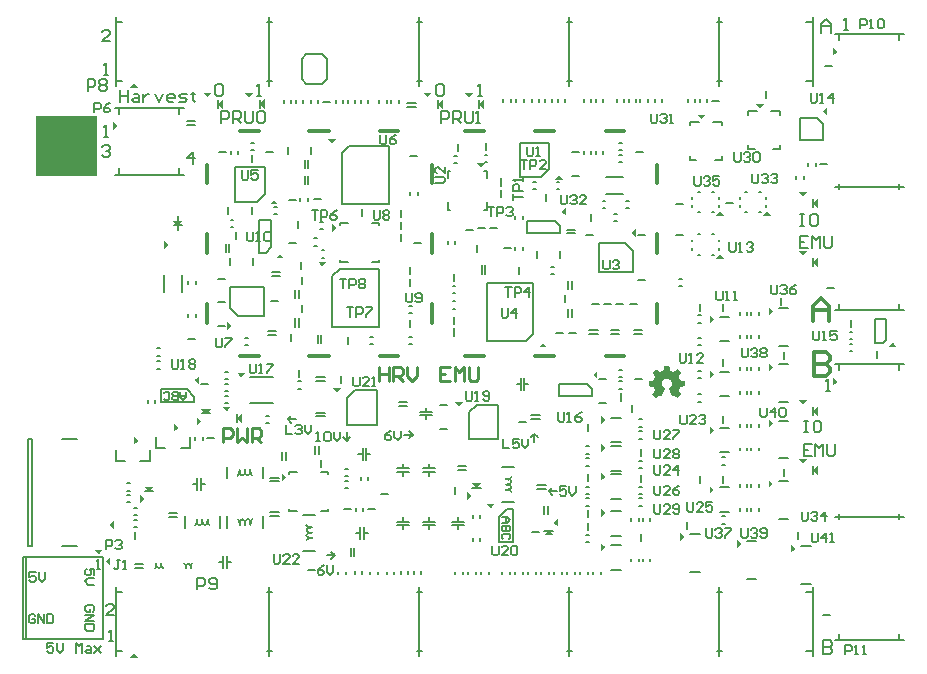
<source format=gbr>
%TF.GenerationSoftware,Altium Limited,Altium Designer,23.9.2 (47)*%
G04 Layer_Color=65535*
%FSLAX45Y45*%
%MOMM*%
%TF.SameCoordinates,F1AFF133-CB08-443C-B5AD-2193434A7FAF*%
%TF.FilePolarity,Positive*%
%TF.FileFunction,Legend,Top*%
%TF.Part,Single*%
G01*
G75*
%TA.AperFunction,NonConductor*%
%ADD87C,0.30000*%
%ADD108C,0.15000*%
%ADD109C,0.20000*%
%ADD134C,0.25000*%
G36*
X7988000Y5143500D02*
X7948000Y5111342D01*
Y5175657D01*
X7988000Y5143500D01*
D02*
G37*
G36*
X2064158Y4836500D02*
X1999843D01*
X2032000Y4876500D01*
X2064158Y4836500D01*
D02*
G37*
G36*
X4863921Y4755706D02*
X4831764Y4794294D01*
X4896078D01*
X4863921Y4755706D01*
D02*
G37*
G36*
X4513921D02*
X4481763Y4794294D01*
X4546078D01*
X4513921Y4755706D01*
D02*
G37*
G36*
X3003921D02*
X2971763Y4794294D01*
X3036078D01*
X3003921Y4755706D01*
D02*
G37*
G36*
X2653921D02*
X2621764Y4794294D01*
X2686078D01*
X2653921Y4755706D01*
D02*
G37*
G36*
X7328919Y4660706D02*
X7296762Y4699295D01*
X7361076D01*
X7328919Y4660706D01*
D02*
G37*
G36*
X4995000Y4660000D02*
X4950000Y4700000D01*
X4995000Y4740000D01*
Y4660000D01*
D02*
G37*
G36*
X4645000D02*
X4600000Y4700000D01*
X4645000Y4740000D01*
Y4660000D01*
D02*
G37*
G36*
X3135000D02*
X3090000Y4700000D01*
X3135000Y4740000D01*
Y4660000D01*
D02*
G37*
G36*
X2785000D02*
X2740000Y4700000D01*
X2785000Y4740000D01*
Y4660000D01*
D02*
G37*
G36*
X7899999Y4607843D02*
X7861410Y4640000D01*
X7899999Y4672158D01*
Y4607843D01*
D02*
G37*
G36*
X6833921Y4570706D02*
X6801764Y4609295D01*
X6866078D01*
X6833921Y4570706D01*
D02*
G37*
G36*
X1892000Y4512400D02*
X1852000Y4480242D01*
Y4544557D01*
X1892000Y4512400D01*
D02*
G37*
G36*
X3705000Y4361411D02*
X3672843Y4400000D01*
X3737157D01*
X3705000Y4361411D01*
D02*
G37*
G36*
X4970000Y4161411D02*
X4937843Y4200000D01*
X5002157D01*
X4970000Y4161411D01*
D02*
G37*
G36*
X5661079Y4060706D02*
X5596764D01*
X5628921Y4099294D01*
X5661079Y4060706D01*
D02*
G37*
G36*
X7693921Y3915706D02*
X7661763Y3954294D01*
X7726078D01*
X7693921Y3915706D01*
D02*
G37*
G36*
X3251079Y3850706D02*
X3186764D01*
X3218921Y3889294D01*
X3251079Y3850706D01*
D02*
G37*
G36*
X7825000Y3820000D02*
X7780000Y3860000D01*
X7825000Y3900000D01*
Y3820000D01*
D02*
G37*
G36*
X5684294Y3756764D02*
X5645705Y3788921D01*
X5684294Y3821079D01*
Y3756764D01*
D02*
G37*
G36*
X7022736Y3752323D02*
X6958421D01*
X6990579Y3790912D01*
X7022736Y3752323D01*
D02*
G37*
G36*
X7422736Y3752323D02*
X7358421D01*
X7390579Y3790911D01*
X7422736Y3752323D01*
D02*
G37*
G36*
X2400268Y3669968D02*
X2360268Y3711967D01*
X2440268D01*
X2400268Y3669968D01*
D02*
G37*
G36*
X3748589Y3650000D02*
X3710000Y3617842D01*
Y3682157D01*
X3748589Y3650000D01*
D02*
G37*
G36*
X6279294Y3576764D02*
X6240706Y3608921D01*
X6279294Y3641079D01*
Y3576764D01*
D02*
G37*
G36*
X2325000Y3505000D02*
X2286411Y3472842D01*
Y3537157D01*
X2325000Y3505000D01*
D02*
G37*
G36*
X7693921Y3415706D02*
X7661763Y3454294D01*
X7726078D01*
X7693921Y3415706D01*
D02*
G37*
G36*
X3301079Y3395706D02*
X3236764D01*
X3268921Y3434294D01*
X3301079Y3395706D01*
D02*
G37*
G36*
X7022736Y3392323D02*
X6958421D01*
X6990579Y3430912D01*
X7022736Y3392323D01*
D02*
G37*
G36*
X3625000Y3321411D02*
X3592842Y3360000D01*
X3657157D01*
X3625000Y3321411D01*
D02*
G37*
G36*
X7825000Y3320000D02*
X7780000Y3360000D01*
X7825000Y3400000D01*
Y3320000D01*
D02*
G37*
G36*
X7444294Y2946079D02*
X7405706Y2913921D01*
Y2978236D01*
X7444294Y2946079D01*
D02*
G37*
G36*
X6944294Y2881054D02*
X6905706Y2848897D01*
Y2913211D01*
X6944294Y2881054D01*
D02*
G37*
G36*
X2859295Y2821079D02*
X2820706Y2788921D01*
Y2853236D01*
X2859295Y2821079D01*
D02*
G37*
G36*
X8485094Y2644742D02*
X8420779D01*
X8452937Y2683330D01*
X8485094Y2644742D01*
D02*
G37*
G36*
X5527157Y2640000D02*
X5462843D01*
X5495000Y2678589D01*
X5527157Y2640000D01*
D02*
G37*
G36*
X7444294Y2476079D02*
X7405706Y2443921D01*
Y2508236D01*
X7444294Y2476079D01*
D02*
G37*
G36*
X6561539Y2483876D02*
X6562565D01*
Y2483364D01*
Y2482851D01*
Y2482338D01*
X6563078D01*
Y2481825D01*
Y2481312D01*
Y2480799D01*
Y2480286D01*
Y2479773D01*
X6563591D01*
Y2479260D01*
Y2478747D01*
Y2478234D01*
Y2477721D01*
Y2477208D01*
Y2476695D01*
X6564104D01*
Y2476182D01*
Y2475669D01*
Y2475156D01*
Y2474643D01*
Y2474130D01*
X6564617D01*
Y2473618D01*
Y2473104D01*
Y2472591D01*
Y2472079D01*
Y2471566D01*
X6565130D01*
Y2471052D01*
Y2470540D01*
Y2470027D01*
Y2469514D01*
Y2469001D01*
Y2468488D01*
X6565643D01*
Y2467975D01*
Y2467462D01*
Y2466949D01*
Y2466436D01*
Y2465923D01*
X6566156D01*
Y2465410D01*
Y2464897D01*
Y2464384D01*
Y2463871D01*
Y2463358D01*
X6566668D01*
Y2462845D01*
Y2462332D01*
Y2461819D01*
Y2461306D01*
Y2460794D01*
Y2460281D01*
X6567181D01*
Y2459768D01*
Y2459255D01*
Y2458742D01*
Y2458229D01*
Y2457716D01*
X6567694D01*
Y2457203D01*
Y2456690D01*
Y2456177D01*
Y2455664D01*
Y2455151D01*
Y2454638D01*
X6568207D01*
Y2454125D01*
Y2453612D01*
Y2453099D01*
Y2452586D01*
Y2452073D01*
X6568720D01*
Y2451560D01*
Y2451047D01*
Y2450535D01*
Y2450021D01*
Y2449508D01*
X6569233D01*
Y2448996D01*
Y2448483D01*
Y2447969D01*
Y2447457D01*
Y2446944D01*
Y2446431D01*
X6569746D01*
Y2445918D01*
Y2445405D01*
Y2444892D01*
Y2444379D01*
Y2443866D01*
X6570259D01*
Y2443353D01*
Y2442840D01*
X6570772D01*
Y2442327D01*
X6571798D01*
Y2441814D01*
X6572824D01*
Y2441301D01*
X6574363D01*
Y2440788D01*
X6575389D01*
Y2440275D01*
X6576927D01*
Y2439762D01*
X6577954D01*
Y2439249D01*
X6578979D01*
Y2438736D01*
X6580518D01*
Y2438223D01*
X6581544D01*
Y2437711D01*
X6583083D01*
Y2437198D01*
X6584109D01*
Y2436684D01*
X6585648D01*
Y2436172D01*
X6586674D01*
Y2435659D01*
X6588213D01*
Y2435146D01*
X6589239D01*
Y2434633D01*
X6590264D01*
Y2434120D01*
X6591803D01*
Y2433607D01*
X6592829D01*
Y2433094D01*
X6594368D01*
Y2432581D01*
X6595394D01*
Y2432068D01*
X6596933D01*
Y2431555D01*
X6597959D01*
Y2431042D01*
X6599498D01*
Y2431555D01*
X6600524D01*
Y2432068D01*
X6601037D01*
Y2432581D01*
X6602062D01*
Y2433094D01*
X6602576D01*
Y2433607D01*
X6603088D01*
Y2434120D01*
X6604114D01*
Y2434633D01*
X6604627D01*
Y2435146D01*
X6605653D01*
Y2435659D01*
X6606166D01*
Y2436172D01*
X6607192D01*
Y2436684D01*
X6607705D01*
Y2437198D01*
X6608731D01*
Y2437711D01*
X6609244D01*
Y2438223D01*
X6610270D01*
Y2438736D01*
X6610783D01*
Y2439249D01*
X6611296D01*
Y2439762D01*
X6612322D01*
Y2440275D01*
X6612834D01*
Y2440788D01*
X6613861D01*
Y2441301D01*
X6614373D01*
Y2441814D01*
X6615399D01*
Y2442327D01*
X6615912D01*
Y2442840D01*
X6616938D01*
Y2443353D01*
X6617451D01*
Y2443866D01*
X6618477D01*
Y2444379D01*
X6618990D01*
Y2444892D01*
X6619503D01*
Y2445405D01*
X6620529D01*
Y2445918D01*
X6621042D01*
Y2446431D01*
X6622068D01*
Y2446944D01*
X6622581D01*
Y2447457D01*
X6623607D01*
Y2447969D01*
X6624120D01*
Y2448483D01*
X6625145D01*
Y2448996D01*
X6625659D01*
Y2449508D01*
X6626684D01*
Y2450021D01*
X6627197D01*
Y2450535D01*
X6628223D01*
Y2451047D01*
X6628736D01*
Y2451560D01*
X6629249D01*
Y2452073D01*
X6630275D01*
Y2452586D01*
X6630788D01*
Y2453099D01*
X6631814D01*
Y2453612D01*
X6632327D01*
Y2454125D01*
X6634892D01*
Y2453612D01*
X6635405D01*
Y2453099D01*
X6635917D01*
Y2452586D01*
X6636431D01*
Y2452073D01*
X6636944D01*
Y2451560D01*
X6637456D01*
Y2451047D01*
X6637969D01*
Y2450535D01*
X6638483D01*
Y2450021D01*
X6638995D01*
Y2449508D01*
X6639508D01*
Y2448996D01*
X6640021D01*
Y2448483D01*
X6640534D01*
Y2447969D01*
X6641047D01*
Y2447457D01*
X6641560D01*
Y2446944D01*
X6642073D01*
Y2446431D01*
X6642586D01*
Y2445918D01*
X6643099D01*
Y2445405D01*
X6643612D01*
Y2444892D01*
X6644125D01*
Y2444379D01*
X6644638D01*
Y2443866D01*
X6645151D01*
Y2443353D01*
X6645664D01*
Y2442840D01*
X6646177D01*
Y2442327D01*
X6646690D01*
Y2441814D01*
X6647203D01*
Y2441301D01*
X6647716D01*
Y2440788D01*
X6648229D01*
Y2440275D01*
X6648742D01*
Y2439762D01*
X6649254D01*
Y2439249D01*
X6649767D01*
Y2438736D01*
X6650280D01*
Y2438223D01*
X6650793D01*
Y2437711D01*
X6651306D01*
Y2437198D01*
X6651819D01*
Y2436684D01*
X6652332D01*
Y2436172D01*
X6652845D01*
Y2435659D01*
X6653358D01*
Y2435146D01*
X6653871D01*
Y2434633D01*
X6654384D01*
Y2434120D01*
X6654897D01*
Y2433607D01*
X6655410D01*
Y2433094D01*
X6655923D01*
Y2432581D01*
X6656436D01*
Y2432068D01*
X6656949D01*
Y2431555D01*
X6657462D01*
Y2431042D01*
X6657975D01*
Y2430529D01*
X6658488D01*
Y2430016D01*
X6659000D01*
Y2429503D01*
X6659514D01*
Y2428990D01*
X6660027D01*
Y2428477D01*
X6660539D01*
Y2427964D01*
X6661053D01*
Y2427451D01*
X6661566D01*
Y2426938D01*
X6662078D01*
Y2426425D01*
X6662591D01*
Y2425913D01*
X6663104D01*
Y2425400D01*
Y2424886D01*
Y2424374D01*
Y2423861D01*
Y2423347D01*
X6662591D01*
Y2422835D01*
X6662078D01*
Y2422322D01*
Y2421809D01*
X6661566D01*
Y2421296D01*
X6661053D01*
Y2420783D01*
Y2420270D01*
X6660539D01*
Y2419757D01*
X6660027D01*
Y2419244D01*
Y2418731D01*
X6659514D01*
Y2418218D01*
X6659000D01*
Y2417705D01*
X6658488D01*
Y2417192D01*
Y2416679D01*
X6657975D01*
Y2416166D01*
X6657462D01*
Y2415653D01*
Y2415140D01*
X6656949D01*
Y2414628D01*
X6656436D01*
Y2414114D01*
Y2413601D01*
X6655923D01*
Y2413089D01*
X6655410D01*
Y2412576D01*
Y2412063D01*
X6654897D01*
Y2411550D01*
X6654384D01*
Y2411037D01*
Y2410524D01*
X6653871D01*
Y2410011D01*
X6653358D01*
Y2409498D01*
X6652845D01*
Y2408985D01*
Y2408472D01*
X6652332D01*
Y2407959D01*
X6651819D01*
Y2407446D01*
Y2406933D01*
X6651306D01*
Y2406420D01*
X6650793D01*
Y2405907D01*
Y2405394D01*
X6650280D01*
Y2404881D01*
X6649767D01*
Y2404368D01*
Y2403855D01*
X6649254D01*
Y2403342D01*
X6648742D01*
Y2402830D01*
Y2402317D01*
X6648229D01*
Y2401803D01*
X6647716D01*
Y2401291D01*
X6647203D01*
Y2400778D01*
Y2400264D01*
X6646690D01*
Y2399752D01*
X6646177D01*
Y2399239D01*
Y2398726D01*
X6645664D01*
Y2398213D01*
X6645151D01*
Y2397700D01*
Y2397187D01*
X6644638D01*
Y2396674D01*
X6644125D01*
Y2396161D01*
Y2395648D01*
X6643612D01*
Y2395135D01*
X6643099D01*
Y2394622D01*
Y2394109D01*
X6642586D01*
Y2393596D01*
X6642073D01*
Y2393083D01*
Y2392570D01*
X6641560D01*
Y2392057D01*
X6641047D01*
Y2391545D01*
Y2391031D01*
X6640534D01*
Y2390518D01*
Y2390006D01*
Y2389493D01*
X6641047D01*
Y2388979D01*
Y2388467D01*
Y2387954D01*
X6641560D01*
Y2387441D01*
Y2386928D01*
X6642073D01*
Y2386415D01*
Y2385902D01*
X6642586D01*
Y2385389D01*
Y2384876D01*
Y2384363D01*
X6643099D01*
Y2383850D01*
Y2383337D01*
X6643612D01*
Y2382824D01*
Y2382311D01*
X6644125D01*
Y2381798D01*
Y2381285D01*
Y2380772D01*
X6644638D01*
Y2380259D01*
Y2379746D01*
X6645151D01*
Y2379233D01*
Y2378720D01*
X6645664D01*
Y2378208D01*
Y2377695D01*
Y2377181D01*
X6646177D01*
Y2376669D01*
Y2376156D01*
X6646690D01*
Y2375643D01*
Y2375130D01*
X6647203D01*
Y2374617D01*
Y2374104D01*
Y2373591D01*
X6647716D01*
Y2373078D01*
Y2372565D01*
X6648229D01*
Y2372052D01*
Y2371539D01*
X6648742D01*
Y2371026D01*
Y2370513D01*
Y2370000D01*
X6649254D01*
Y2369487D01*
Y2368974D01*
X6649767D01*
Y2368462D01*
Y2367948D01*
X6650280D01*
Y2367435D01*
Y2366923D01*
Y2366409D01*
X6650793D01*
Y2365896D01*
Y2365384D01*
X6651306D01*
Y2364871D01*
Y2364358D01*
X6651819D01*
Y2363845D01*
Y2363332D01*
Y2362819D01*
X6652332D01*
Y2362306D01*
Y2361793D01*
X6652845D01*
Y2361280D01*
X6653871D01*
Y2360767D01*
X6655410D01*
Y2360254D01*
X6658488D01*
Y2359741D01*
X6661053D01*
Y2359228D01*
X6663617D01*
Y2358715D01*
X6666695D01*
Y2358202D01*
X6669260D01*
Y2357689D01*
X6672337D01*
Y2357176D01*
X6674902D01*
Y2356663D01*
X6677467D01*
Y2356150D01*
X6680545D01*
Y2355637D01*
X6683110D01*
Y2355125D01*
X6685674D01*
Y2354611D01*
X6688752D01*
Y2354098D01*
X6691317D01*
Y2353586D01*
X6692856D01*
Y2353073D01*
Y2352560D01*
X6693369D01*
Y2352047D01*
Y2351534D01*
Y2351021D01*
Y2350508D01*
Y2349995D01*
Y2349482D01*
Y2348969D01*
Y2348456D01*
Y2347943D01*
Y2347430D01*
Y2346917D01*
Y2346404D01*
Y2345891D01*
Y2345378D01*
Y2344865D01*
Y2344352D01*
Y2343840D01*
Y2343326D01*
Y2342813D01*
Y2342301D01*
Y2341788D01*
Y2341274D01*
Y2340762D01*
Y2340249D01*
Y2339736D01*
Y2339223D01*
Y2338710D01*
Y2338197D01*
Y2337684D01*
Y2337171D01*
Y2336658D01*
Y2336145D01*
Y2335632D01*
Y2335119D01*
Y2334606D01*
Y2334093D01*
Y2333580D01*
Y2333067D01*
Y2332554D01*
Y2332041D01*
Y2331528D01*
Y2331015D01*
Y2330503D01*
Y2329990D01*
Y2329477D01*
Y2328964D01*
Y2328451D01*
Y2327938D01*
Y2327425D01*
Y2326912D01*
Y2326399D01*
Y2325886D01*
Y2325373D01*
Y2324860D01*
Y2324347D01*
Y2323834D01*
Y2323321D01*
Y2322808D01*
Y2322295D01*
Y2321782D01*
Y2321269D01*
Y2320756D01*
Y2320243D01*
Y2319730D01*
Y2319218D01*
Y2318705D01*
Y2318191D01*
Y2317679D01*
Y2317166D01*
Y2316653D01*
Y2316140D01*
Y2315627D01*
Y2315114D01*
Y2314601D01*
Y2314088D01*
Y2313575D01*
Y2313062D01*
Y2312549D01*
Y2312036D01*
X6692856D01*
Y2311523D01*
X6692343D01*
Y2311010D01*
X6690804D01*
Y2310497D01*
X6688239D01*
Y2309984D01*
X6685161D01*
Y2309471D01*
X6682597D01*
Y2308958D01*
X6679519D01*
Y2308445D01*
X6676954D01*
Y2307933D01*
X6674389D01*
Y2307420D01*
X6671312D01*
Y2306906D01*
X6668747D01*
Y2306394D01*
X6666182D01*
Y2305881D01*
X6663104D01*
Y2305368D01*
X6660539D01*
Y2304855D01*
X6657462D01*
Y2304342D01*
X6654897D01*
Y2303829D01*
X6654384D01*
Y2303316D01*
X6653871D01*
Y2302803D01*
X6653358D01*
Y2302290D01*
Y2301777D01*
X6652845D01*
Y2301264D01*
Y2300751D01*
X6652332D01*
Y2300238D01*
Y2299725D01*
Y2299212D01*
X6651819D01*
Y2298699D01*
Y2298186D01*
X6651306D01*
Y2297673D01*
Y2297160D01*
Y2296647D01*
X6650793D01*
Y2296135D01*
Y2295622D01*
X6650280D01*
Y2295108D01*
Y2294596D01*
Y2294083D01*
X6649767D01*
Y2293569D01*
Y2293057D01*
X6649254D01*
Y2292544D01*
Y2292031D01*
Y2291518D01*
X6648742D01*
Y2291005D01*
Y2290492D01*
X6648229D01*
Y2289979D01*
Y2289466D01*
Y2288953D01*
X6647716D01*
Y2288440D01*
Y2287927D01*
X6647203D01*
Y2287414D01*
Y2286901D01*
Y2286388D01*
X6646690D01*
Y2285875D01*
Y2285362D01*
X6646177D01*
Y2284850D01*
Y2284336D01*
Y2283823D01*
X6645664D01*
Y2283311D01*
Y2282798D01*
X6645151D01*
Y2282285D01*
Y2281772D01*
Y2281259D01*
X6644638D01*
Y2280746D01*
Y2280233D01*
X6644125D01*
Y2279720D01*
Y2279207D01*
Y2278694D01*
X6643612D01*
Y2278181D01*
Y2277668D01*
X6643099D01*
Y2277155D01*
Y2276642D01*
Y2276129D01*
X6642586D01*
Y2275616D01*
Y2275103D01*
X6642073D01*
Y2274590D01*
Y2274077D01*
Y2273564D01*
X6641560D01*
Y2273051D01*
Y2272539D01*
Y2272025D01*
X6642073D01*
Y2271513D01*
Y2271000D01*
X6642586D01*
Y2270486D01*
X6643099D01*
Y2269974D01*
Y2269461D01*
X6643612D01*
Y2268948D01*
X6644125D01*
Y2268435D01*
Y2267922D01*
X6644638D01*
Y2267409D01*
X6645151D01*
Y2266896D01*
X6645664D01*
Y2266383D01*
Y2265870D01*
X6646177D01*
Y2265357D01*
X6646690D01*
Y2264844D01*
Y2264331D01*
X6647203D01*
Y2263818D01*
X6647716D01*
Y2263305D01*
Y2262792D01*
X6648229D01*
Y2262279D01*
X6648742D01*
Y2261767D01*
Y2261253D01*
X6649254D01*
Y2260740D01*
X6649767D01*
Y2260228D01*
Y2259715D01*
X6650280D01*
Y2259201D01*
X6650793D01*
Y2258689D01*
X6651306D01*
Y2258176D01*
Y2257663D01*
X6651819D01*
Y2257150D01*
X6652332D01*
Y2256637D01*
Y2256124D01*
X6652845D01*
Y2255611D01*
X6653358D01*
Y2255098D01*
Y2254585D01*
X6653871D01*
Y2254072D01*
X6654384D01*
Y2253559D01*
Y2253046D01*
X6654897D01*
Y2252533D01*
X6655410D01*
Y2252020D01*
Y2251507D01*
X6655923D01*
Y2250994D01*
X6656436D01*
Y2250481D01*
Y2249968D01*
X6656949D01*
Y2249455D01*
X6657462D01*
Y2248942D01*
X6657975D01*
Y2248430D01*
Y2247917D01*
X6658488D01*
Y2247403D01*
X6659000D01*
Y2246891D01*
Y2246378D01*
X6659514D01*
Y2245865D01*
X6660027D01*
Y2245352D01*
Y2244839D01*
X6660539D01*
Y2244326D01*
X6661053D01*
Y2243813D01*
Y2243300D01*
X6661566D01*
Y2242787D01*
X6662078D01*
Y2242274D01*
Y2241761D01*
X6662591D01*
Y2241248D01*
X6663104D01*
Y2240735D01*
Y2240222D01*
Y2239709D01*
Y2239196D01*
Y2238683D01*
X6662591D01*
Y2238170D01*
X6662078D01*
Y2237657D01*
X6661566D01*
Y2237145D01*
X6661053D01*
Y2236631D01*
X6660539D01*
Y2236118D01*
X6660027D01*
Y2235606D01*
X6659514D01*
Y2235093D01*
X6659000D01*
Y2234579D01*
X6658488D01*
Y2234067D01*
X6657975D01*
Y2233554D01*
X6657462D01*
Y2233041D01*
X6656949D01*
Y2232528D01*
X6656436D01*
Y2232015D01*
X6655923D01*
Y2231502D01*
X6655410D01*
Y2230989D01*
X6654897D01*
Y2230476D01*
X6654384D01*
Y2229963D01*
X6653871D01*
Y2229450D01*
X6653358D01*
Y2228937D01*
X6652845D01*
Y2228424D01*
X6652332D01*
Y2227911D01*
X6651819D01*
Y2227398D01*
X6651306D01*
Y2226885D01*
X6650793D01*
Y2226372D01*
X6650280D01*
Y2225859D01*
X6649767D01*
Y2225346D01*
X6649254D01*
Y2224833D01*
X6648742D01*
Y2224320D01*
X6648229D01*
Y2223808D01*
X6647716D01*
Y2223295D01*
X6647203D01*
Y2222782D01*
X6646690D01*
Y2222269D01*
X6646177D01*
Y2221756D01*
X6645664D01*
Y2221243D01*
X6645151D01*
Y2220730D01*
X6644638D01*
Y2220217D01*
X6644125D01*
Y2219704D01*
X6643612D01*
Y2219191D01*
X6643099D01*
Y2218678D01*
X6642586D01*
Y2218165D01*
X6642073D01*
Y2217652D01*
X6641560D01*
Y2217139D01*
X6641047D01*
Y2216626D01*
X6640534D01*
Y2216113D01*
X6640021D01*
Y2215600D01*
X6639508D01*
Y2215087D01*
X6638995D01*
Y2214574D01*
X6638483D01*
Y2214062D01*
X6637969D01*
Y2213548D01*
X6637456D01*
Y2213035D01*
X6636944D01*
Y2212523D01*
X6636431D01*
Y2212010D01*
X6635917D01*
Y2211496D01*
X6635405D01*
Y2210984D01*
X6634379D01*
Y2210471D01*
X6632840D01*
Y2210984D01*
X6631814D01*
Y2211496D01*
X6631301D01*
Y2212010D01*
X6630275D01*
Y2212523D01*
X6629762D01*
Y2213035D01*
X6628736D01*
Y2213548D01*
X6628223D01*
Y2214062D01*
X6627197D01*
Y2214574D01*
X6626684D01*
Y2215087D01*
X6625659D01*
Y2215600D01*
X6625145D01*
Y2216113D01*
X6624632D01*
Y2216626D01*
X6623607D01*
Y2217139D01*
X6623094D01*
Y2217652D01*
X6622068D01*
Y2218165D01*
X6621555D01*
Y2218678D01*
X6620529D01*
Y2219191D01*
X6620016D01*
Y2219704D01*
X6618990D01*
Y2220217D01*
X6618477D01*
Y2220730D01*
X6617451D01*
Y2221243D01*
X6616938D01*
Y2221756D01*
X6616425D01*
Y2222269D01*
X6615399D01*
Y2222782D01*
X6614886D01*
Y2223295D01*
X6613861D01*
Y2223808D01*
X6613348D01*
Y2224320D01*
X6612322D01*
Y2224833D01*
X6611809D01*
Y2225346D01*
X6610783D01*
Y2225859D01*
X6610270D01*
Y2226372D01*
X6609244D01*
Y2226885D01*
X6608731D01*
Y2227398D01*
X6608218D01*
Y2227911D01*
X6607192D01*
Y2228424D01*
X6606679D01*
Y2228937D01*
X6605653D01*
Y2229450D01*
X6605140D01*
Y2229963D01*
X6604114D01*
Y2230476D01*
X6603601D01*
Y2230989D01*
X6602576D01*
Y2231502D01*
X6600011D01*
Y2230989D01*
X6598985D01*
Y2230476D01*
X6598472D01*
Y2229963D01*
X6597446D01*
Y2229450D01*
X6596420D01*
Y2228937D01*
X6595394D01*
Y2228424D01*
X6594368D01*
Y2227911D01*
X6593342D01*
Y2227398D01*
X6592316D01*
Y2226885D01*
X6591290D01*
Y2226372D01*
X6590778D01*
Y2225859D01*
X6589751D01*
Y2225346D01*
X6588726D01*
Y2224833D01*
X6587700D01*
Y2224320D01*
X6585135D01*
Y2224833D01*
X6584622D01*
Y2225346D01*
Y2225859D01*
X6584109D01*
Y2226372D01*
Y2226885D01*
Y2227398D01*
X6583596D01*
Y2227911D01*
Y2228424D01*
X6583083D01*
Y2228937D01*
Y2229450D01*
X6582570D01*
Y2229963D01*
Y2230476D01*
Y2230989D01*
X6582057D01*
Y2231502D01*
Y2232015D01*
X6581544D01*
Y2232528D01*
Y2233041D01*
Y2233554D01*
X6581031D01*
Y2234067D01*
Y2234579D01*
X6580518D01*
Y2235093D01*
Y2235606D01*
Y2236118D01*
X6580005D01*
Y2236631D01*
Y2237145D01*
X6579493D01*
Y2237657D01*
Y2238170D01*
X6578979D01*
Y2238683D01*
Y2239196D01*
Y2239709D01*
X6578466D01*
Y2240222D01*
Y2240735D01*
X6577954D01*
Y2241248D01*
Y2241761D01*
Y2242274D01*
X6577440D01*
Y2242787D01*
Y2243300D01*
X6576927D01*
Y2243813D01*
Y2244326D01*
X6576415D01*
Y2244839D01*
Y2245352D01*
Y2245865D01*
X6575902D01*
Y2246378D01*
Y2246891D01*
X6575389D01*
Y2247403D01*
Y2247917D01*
Y2248430D01*
X6574876D01*
Y2248942D01*
Y2249455D01*
X6574363D01*
Y2249968D01*
Y2250481D01*
Y2250994D01*
X6573850D01*
Y2251507D01*
Y2252020D01*
X6573337D01*
Y2252533D01*
Y2253046D01*
X6572824D01*
Y2253559D01*
Y2254072D01*
Y2254585D01*
X6572311D01*
Y2255098D01*
Y2255611D01*
X6571798D01*
Y2256124D01*
Y2256637D01*
Y2257150D01*
X6571285D01*
Y2257663D01*
Y2258176D01*
X6570772D01*
Y2258689D01*
Y2259201D01*
X6570259D01*
Y2259715D01*
Y2260228D01*
Y2260740D01*
X6569746D01*
Y2261253D01*
Y2261767D01*
X6569233D01*
Y2262279D01*
Y2262792D01*
Y2263305D01*
X6568720D01*
Y2263818D01*
Y2264331D01*
X6568207D01*
Y2264844D01*
Y2265357D01*
Y2265870D01*
X6567694D01*
Y2266383D01*
Y2266896D01*
X6567181D01*
Y2267409D01*
Y2267922D01*
X6566668D01*
Y2268435D01*
Y2268948D01*
Y2269461D01*
X6566156D01*
Y2269974D01*
Y2270486D01*
X6565643D01*
Y2271000D01*
Y2271513D01*
Y2272025D01*
X6565130D01*
Y2272539D01*
Y2273051D01*
X6564617D01*
Y2273564D01*
Y2274077D01*
X6564104D01*
Y2274590D01*
Y2275103D01*
Y2275616D01*
X6563591D01*
Y2276129D01*
Y2276642D01*
X6563078D01*
Y2277155D01*
Y2277668D01*
Y2278181D01*
X6562565D01*
Y2278694D01*
Y2279207D01*
X6562052D01*
Y2279720D01*
Y2280233D01*
Y2280746D01*
X6561539D01*
Y2281259D01*
Y2281772D01*
X6561026D01*
Y2282285D01*
Y2282798D01*
X6560513D01*
Y2283311D01*
Y2283823D01*
Y2284336D01*
X6560000D01*
Y2284850D01*
Y2285362D01*
X6559487D01*
Y2285875D01*
Y2286388D01*
Y2286901D01*
X6558974D01*
Y2287414D01*
Y2287927D01*
X6558461D01*
Y2288440D01*
Y2288953D01*
X6557948D01*
Y2289466D01*
Y2289979D01*
Y2290492D01*
X6557435D01*
Y2291005D01*
Y2291518D01*
X6557948D01*
Y2292031D01*
Y2292544D01*
X6558461D01*
Y2293057D01*
X6558974D01*
Y2293569D01*
X6560000D01*
Y2294083D01*
X6560513D01*
Y2294596D01*
X6561539D01*
Y2295108D01*
X6562052D01*
Y2295622D01*
X6563078D01*
Y2296135D01*
X6563591D01*
Y2296647D01*
X6564104D01*
Y2297160D01*
X6565130D01*
Y2297673D01*
X6565643D01*
Y2298186D01*
X6566668D01*
Y2298699D01*
X6567181D01*
Y2299212D01*
X6567694D01*
Y2299725D01*
X6568207D01*
Y2300238D01*
X6569233D01*
Y2300751D01*
X6569746D01*
Y2301264D01*
X6570259D01*
Y2301777D01*
X6570772D01*
Y2302290D01*
X6571285D01*
Y2302803D01*
X6571798D01*
Y2303316D01*
X6572311D01*
Y2303829D01*
X6572824D01*
Y2304342D01*
X6573337D01*
Y2304855D01*
Y2305368D01*
X6573850D01*
Y2305881D01*
X6574363D01*
Y2306394D01*
X6574876D01*
Y2306906D01*
X6575389D01*
Y2307420D01*
Y2307933D01*
X6575902D01*
Y2308445D01*
X6576415D01*
Y2308958D01*
Y2309471D01*
X6576927D01*
Y2309984D01*
X6577440D01*
Y2310497D01*
Y2311010D01*
X6577954D01*
Y2311523D01*
Y2312036D01*
X6578466D01*
Y2312549D01*
Y2313062D01*
X6578979D01*
Y2313575D01*
Y2314088D01*
X6579493D01*
Y2314601D01*
Y2315114D01*
X6580005D01*
Y2315627D01*
Y2316140D01*
X6580518D01*
Y2316653D01*
Y2317166D01*
X6581031D01*
Y2317679D01*
Y2318191D01*
Y2318705D01*
X6581544D01*
Y2319218D01*
Y2319730D01*
Y2320243D01*
X6582057D01*
Y2320756D01*
Y2321269D01*
Y2321782D01*
Y2322295D01*
X6582570D01*
Y2322808D01*
Y2323321D01*
Y2323834D01*
Y2324347D01*
Y2324860D01*
X6583083D01*
Y2325373D01*
Y2325886D01*
Y2326399D01*
Y2326912D01*
Y2327425D01*
Y2327938D01*
Y2328451D01*
X6583596D01*
Y2328964D01*
Y2329477D01*
Y2329990D01*
Y2330503D01*
Y2331015D01*
Y2331528D01*
Y2332041D01*
Y2332554D01*
Y2333067D01*
Y2333580D01*
Y2334093D01*
Y2334606D01*
Y2335119D01*
Y2335632D01*
X6583083D01*
Y2336145D01*
Y2336658D01*
Y2337171D01*
Y2337684D01*
Y2338197D01*
Y2338710D01*
Y2339223D01*
X6582570D01*
Y2339736D01*
Y2340249D01*
Y2340762D01*
Y2341274D01*
Y2341788D01*
X6582057D01*
Y2342301D01*
Y2342813D01*
Y2343326D01*
Y2343840D01*
X6581544D01*
Y2344352D01*
Y2344865D01*
Y2345378D01*
X6581031D01*
Y2345891D01*
Y2346404D01*
Y2346917D01*
X6580518D01*
Y2347430D01*
Y2347943D01*
X6580005D01*
Y2348456D01*
Y2348969D01*
Y2349482D01*
X6579493D01*
Y2349995D01*
Y2350508D01*
X6578979D01*
Y2351021D01*
Y2351534D01*
X6578466D01*
Y2352047D01*
Y2352560D01*
X6577954D01*
Y2353073D01*
X6577440D01*
Y2353586D01*
Y2354098D01*
X6576927D01*
Y2354611D01*
Y2355125D01*
X6576415D01*
Y2355637D01*
X6575902D01*
Y2356150D01*
Y2356663D01*
X6575389D01*
Y2357176D01*
X6574876D01*
Y2357689D01*
X6574363D01*
Y2358202D01*
Y2358715D01*
X6573850D01*
Y2359228D01*
X6573337D01*
Y2359741D01*
X6572824D01*
Y2360254D01*
X6572311D01*
Y2360767D01*
X6571798D01*
Y2361280D01*
X6571285D01*
Y2361793D01*
X6570772D01*
Y2362306D01*
X6570259D01*
Y2362819D01*
X6569746D01*
Y2363332D01*
X6569233D01*
Y2363845D01*
X6568720D01*
Y2364358D01*
X6568207D01*
Y2364871D01*
X6567694D01*
Y2365384D01*
X6566668D01*
Y2365896D01*
X6566156D01*
Y2366409D01*
X6565130D01*
Y2366923D01*
X6564617D01*
Y2367435D01*
X6563591D01*
Y2367948D01*
X6563078D01*
Y2368462D01*
X6562052D01*
Y2368974D01*
X6561026D01*
Y2369487D01*
X6560000D01*
Y2370000D01*
X6558974D01*
Y2370513D01*
X6557948D01*
Y2371026D01*
X6556922D01*
Y2371539D01*
X6555383D01*
Y2372052D01*
X6553844D01*
Y2372565D01*
X6552306D01*
Y2373078D01*
X6550254D01*
Y2373591D01*
X6547176D01*
Y2374104D01*
X6535378D01*
Y2373591D01*
X6532300D01*
Y2373078D01*
X6530249D01*
Y2372565D01*
X6528710D01*
Y2372052D01*
X6527171D01*
Y2371539D01*
X6525632D01*
Y2371026D01*
X6524606D01*
Y2370513D01*
X6523580D01*
Y2370000D01*
X6522554D01*
Y2369487D01*
X6521528D01*
Y2368974D01*
X6520502D01*
Y2368462D01*
X6519476D01*
Y2367948D01*
X6518964D01*
Y2367435D01*
X6517938D01*
Y2366923D01*
X6517425D01*
Y2366409D01*
X6516399D01*
Y2365896D01*
X6515886D01*
Y2365384D01*
X6515373D01*
Y2364871D01*
X6514860D01*
Y2364358D01*
X6513834D01*
Y2363845D01*
X6513321D01*
Y2363332D01*
X6512808D01*
Y2362819D01*
X6512295D01*
Y2362306D01*
X6511782D01*
Y2361793D01*
X6511269D01*
Y2361280D01*
X6510756D01*
Y2360767D01*
X6510243D01*
Y2360254D01*
X6509730D01*
Y2359741D01*
X6509217D01*
Y2359228D01*
X6508705D01*
Y2358715D01*
Y2358202D01*
X6508191D01*
Y2357689D01*
X6507678D01*
Y2357176D01*
X6507166D01*
Y2356663D01*
Y2356150D01*
X6506653D01*
Y2355637D01*
X6506139D01*
Y2355125D01*
Y2354611D01*
X6505627D01*
Y2354098D01*
X6505114D01*
Y2353586D01*
Y2353073D01*
X6504601D01*
Y2352560D01*
Y2352047D01*
X6504088D01*
Y2351534D01*
Y2351021D01*
X6503575D01*
Y2350508D01*
Y2349995D01*
X6503062D01*
Y2349482D01*
Y2348969D01*
X6502549D01*
Y2348456D01*
Y2347943D01*
X6502036D01*
Y2347430D01*
Y2346917D01*
Y2346404D01*
X6501523D01*
Y2345891D01*
Y2345378D01*
Y2344865D01*
X6501010D01*
Y2344352D01*
Y2343840D01*
Y2343326D01*
X6500497D01*
Y2342813D01*
Y2342301D01*
Y2341788D01*
Y2341274D01*
X6499984D01*
Y2340762D01*
Y2340249D01*
Y2339736D01*
Y2339223D01*
Y2338710D01*
X6499471D01*
Y2338197D01*
Y2337684D01*
Y2337171D01*
Y2336658D01*
Y2336145D01*
Y2335632D01*
Y2335119D01*
Y2334606D01*
Y2334093D01*
Y2333580D01*
X6498958D01*
Y2333067D01*
Y2332554D01*
Y2332041D01*
Y2331528D01*
Y2331015D01*
Y2330503D01*
X6499471D01*
Y2329990D01*
Y2329477D01*
Y2328964D01*
Y2328451D01*
Y2327938D01*
Y2327425D01*
Y2326912D01*
Y2326399D01*
Y2325886D01*
Y2325373D01*
X6499984D01*
Y2324860D01*
Y2324347D01*
Y2323834D01*
Y2323321D01*
Y2322808D01*
X6500497D01*
Y2322295D01*
Y2321782D01*
Y2321269D01*
Y2320756D01*
X6501010D01*
Y2320243D01*
Y2319730D01*
Y2319218D01*
X6501523D01*
Y2318705D01*
Y2318191D01*
Y2317679D01*
X6502036D01*
Y2317166D01*
Y2316653D01*
X6502549D01*
Y2316140D01*
Y2315627D01*
Y2315114D01*
X6503062D01*
Y2314601D01*
Y2314088D01*
X6503575D01*
Y2313575D01*
Y2313062D01*
X6504088D01*
Y2312549D01*
Y2312036D01*
X6504601D01*
Y2311523D01*
Y2311010D01*
X6505114D01*
Y2310497D01*
X6505627D01*
Y2309984D01*
Y2309471D01*
X6506139D01*
Y2308958D01*
X6506653D01*
Y2308445D01*
Y2307933D01*
X6507166D01*
Y2307420D01*
X6507678D01*
Y2306906D01*
Y2306394D01*
X6508191D01*
Y2305881D01*
X6508705D01*
Y2305368D01*
X6509217D01*
Y2304855D01*
X6509730D01*
Y2304342D01*
X6510243D01*
Y2303829D01*
Y2303316D01*
X6510756D01*
Y2302803D01*
X6511269D01*
Y2302290D01*
X6511782D01*
Y2301777D01*
X6512295D01*
Y2301264D01*
X6513321D01*
Y2300751D01*
X6513834D01*
Y2300238D01*
X6514347D01*
Y2299725D01*
X6514860D01*
Y2299212D01*
X6515373D01*
Y2298699D01*
X6516399D01*
Y2298186D01*
X6516912D01*
Y2297673D01*
X6517425D01*
Y2297160D01*
X6518451D01*
Y2296647D01*
X6518964D01*
Y2296135D01*
X6519476D01*
Y2295622D01*
X6520502D01*
Y2295108D01*
X6521015D01*
Y2294596D01*
X6522041D01*
Y2294083D01*
X6523067D01*
Y2293569D01*
X6523580D01*
Y2293057D01*
X6524606D01*
Y2292544D01*
Y2292031D01*
X6525119D01*
Y2291518D01*
Y2291005D01*
Y2290492D01*
Y2289979D01*
X6524606D01*
Y2289466D01*
Y2288953D01*
X6524093D01*
Y2288440D01*
Y2287927D01*
Y2287414D01*
X6523580D01*
Y2286901D01*
Y2286388D01*
X6523067D01*
Y2285875D01*
Y2285362D01*
X6522554D01*
Y2284850D01*
Y2284336D01*
Y2283823D01*
X6522041D01*
Y2283311D01*
Y2282798D01*
X6521528D01*
Y2282285D01*
Y2281772D01*
Y2281259D01*
X6521015D01*
Y2280746D01*
Y2280233D01*
X6520502D01*
Y2279720D01*
Y2279207D01*
X6519989D01*
Y2278694D01*
Y2278181D01*
Y2277668D01*
X6519476D01*
Y2277155D01*
Y2276642D01*
X6518964D01*
Y2276129D01*
Y2275616D01*
Y2275103D01*
X6518451D01*
Y2274590D01*
Y2274077D01*
X6517938D01*
Y2273564D01*
Y2273051D01*
Y2272539D01*
X6517425D01*
Y2272025D01*
Y2271513D01*
X6516912D01*
Y2271000D01*
Y2270486D01*
X6516399D01*
Y2269974D01*
Y2269461D01*
Y2268948D01*
X6515886D01*
Y2268435D01*
Y2267922D01*
X6515373D01*
Y2267409D01*
Y2266896D01*
Y2266383D01*
X6514860D01*
Y2265870D01*
Y2265357D01*
X6514347D01*
Y2264844D01*
Y2264331D01*
X6513834D01*
Y2263818D01*
Y2263305D01*
Y2262792D01*
X6513321D01*
Y2262279D01*
Y2261767D01*
X6512808D01*
Y2261253D01*
Y2260740D01*
Y2260228D01*
X6512295D01*
Y2259715D01*
Y2259201D01*
X6511782D01*
Y2258689D01*
Y2258176D01*
Y2257663D01*
X6511269D01*
Y2257150D01*
Y2256637D01*
X6510756D01*
Y2256124D01*
Y2255611D01*
X6510243D01*
Y2255098D01*
Y2254585D01*
Y2254072D01*
X6509730D01*
Y2253559D01*
Y2253046D01*
X6509217D01*
Y2252533D01*
Y2252020D01*
Y2251507D01*
X6508705D01*
Y2250994D01*
Y2250481D01*
X6508191D01*
Y2249968D01*
Y2249455D01*
X6507678D01*
Y2248942D01*
Y2248430D01*
Y2247917D01*
X6507166D01*
Y2247403D01*
Y2246891D01*
X6506653D01*
Y2246378D01*
Y2245865D01*
Y2245352D01*
X6506139D01*
Y2244839D01*
Y2244326D01*
X6505627D01*
Y2243813D01*
Y2243300D01*
Y2242787D01*
X6505114D01*
Y2242274D01*
Y2241761D01*
X6504601D01*
Y2241248D01*
Y2240735D01*
X6504088D01*
Y2240222D01*
Y2239709D01*
Y2239196D01*
X6503575D01*
Y2238683D01*
Y2238170D01*
X6503062D01*
Y2237657D01*
Y2237145D01*
Y2236631D01*
X6502549D01*
Y2236118D01*
Y2235606D01*
X6502036D01*
Y2235093D01*
Y2234579D01*
X6501523D01*
Y2234067D01*
Y2233554D01*
Y2233041D01*
X6501010D01*
Y2232528D01*
Y2232015D01*
X6500497D01*
Y2231502D01*
Y2230989D01*
Y2230476D01*
X6499984D01*
Y2229963D01*
Y2229450D01*
X6499471D01*
Y2228937D01*
Y2228424D01*
Y2227911D01*
X6498958D01*
Y2227398D01*
Y2226885D01*
X6498445D01*
Y2226372D01*
Y2225859D01*
X6497932D01*
Y2225346D01*
Y2224833D01*
X6497419D01*
Y2224320D01*
X6494854D01*
Y2224833D01*
X6493829D01*
Y2225346D01*
X6493316D01*
Y2225859D01*
X6492290D01*
Y2226372D01*
X6491264D01*
Y2226885D01*
X6490238D01*
Y2227398D01*
X6489212D01*
Y2227911D01*
X6488186D01*
Y2228424D01*
X6487160D01*
Y2228937D01*
X6486134D01*
Y2229450D01*
X6485621D01*
Y2229963D01*
X6484595D01*
Y2230476D01*
X6483569D01*
Y2230989D01*
X6482544D01*
Y2231502D01*
X6479979D01*
Y2230989D01*
X6478953D01*
Y2230476D01*
X6478440D01*
Y2229963D01*
X6477927D01*
Y2229450D01*
X6476901D01*
Y2228937D01*
X6476388D01*
Y2228424D01*
X6475362D01*
Y2227911D01*
X6474849D01*
Y2227398D01*
X6473823D01*
Y2226885D01*
X6473310D01*
Y2226372D01*
X6472284D01*
Y2225859D01*
X6471771D01*
Y2225346D01*
X6470746D01*
Y2224833D01*
X6470233D01*
Y2224320D01*
X6469720D01*
Y2223808D01*
X6468694D01*
Y2223295D01*
X6468181D01*
Y2222782D01*
X6467155D01*
Y2222269D01*
X6466642D01*
Y2221756D01*
X6465616D01*
Y2221243D01*
X6465103D01*
Y2220730D01*
X6464077D01*
Y2220217D01*
X6463564D01*
Y2219704D01*
X6462538D01*
Y2219191D01*
X6462025D01*
Y2218678D01*
X6461512D01*
Y2218165D01*
X6460486D01*
Y2217652D01*
X6459973D01*
Y2217139D01*
X6458948D01*
Y2216626D01*
X6458435D01*
Y2216113D01*
X6457409D01*
Y2215600D01*
X6456896D01*
Y2215087D01*
X6455870D01*
Y2214574D01*
X6455357D01*
Y2214062D01*
X6454331D01*
Y2213548D01*
X6453818D01*
Y2213035D01*
X6452792D01*
Y2212523D01*
X6452279D01*
Y2212010D01*
X6451766D01*
Y2211496D01*
X6450740D01*
Y2210984D01*
X6449715D01*
Y2210471D01*
X6448176D01*
Y2210984D01*
X6447149D01*
Y2211496D01*
X6446637D01*
Y2212010D01*
X6446124D01*
Y2212523D01*
X6445611D01*
Y2213035D01*
X6445098D01*
Y2213548D01*
X6444585D01*
Y2214062D01*
X6444072D01*
Y2214574D01*
X6443559D01*
Y2215087D01*
X6443046D01*
Y2215600D01*
X6442533D01*
Y2216113D01*
X6442020D01*
Y2216626D01*
X6441507D01*
Y2217139D01*
X6440994D01*
Y2217652D01*
X6440481D01*
Y2218165D01*
X6439968D01*
Y2218678D01*
X6439455D01*
Y2219191D01*
X6438942D01*
Y2219704D01*
X6438429D01*
Y2220217D01*
X6437916D01*
Y2220730D01*
X6437403D01*
Y2221243D01*
X6436890D01*
Y2221756D01*
X6436378D01*
Y2222269D01*
X6435864D01*
Y2222782D01*
X6435352D01*
Y2223295D01*
X6434839D01*
Y2223808D01*
X6434326D01*
Y2224320D01*
X6433813D01*
Y2224833D01*
X6433300D01*
Y2225346D01*
X6432787D01*
Y2225859D01*
X6432274D01*
Y2226372D01*
X6431761D01*
Y2226885D01*
X6431248D01*
Y2227398D01*
X6430735D01*
Y2227911D01*
X6430222D01*
Y2228424D01*
X6429709D01*
Y2228937D01*
X6429196D01*
Y2229450D01*
X6428683D01*
Y2229963D01*
X6428170D01*
Y2230476D01*
X6427657D01*
Y2230989D01*
X6427144D01*
Y2231502D01*
X6426631D01*
Y2232015D01*
X6426118D01*
Y2232528D01*
X6425605D01*
Y2233041D01*
X6425093D01*
Y2233554D01*
X6424579D01*
Y2234067D01*
X6424066D01*
Y2234579D01*
X6423554D01*
Y2235093D01*
X6423041D01*
Y2235606D01*
X6422528D01*
Y2236118D01*
X6422015D01*
Y2236631D01*
X6421502D01*
Y2237145D01*
X6420989D01*
Y2237657D01*
X6420476D01*
Y2238170D01*
X6419963D01*
Y2238683D01*
Y2239196D01*
X6419450D01*
Y2239709D01*
Y2240222D01*
Y2240735D01*
X6419963D01*
Y2241248D01*
Y2241761D01*
X6420476D01*
Y2242274D01*
Y2242787D01*
X6420989D01*
Y2243300D01*
X6421502D01*
Y2243813D01*
X6422015D01*
Y2244326D01*
Y2244839D01*
X6422528D01*
Y2245352D01*
X6423041D01*
Y2245865D01*
Y2246378D01*
X6423554D01*
Y2246891D01*
X6424066D01*
Y2247403D01*
Y2247917D01*
X6424579D01*
Y2248430D01*
X6425093D01*
Y2248942D01*
Y2249455D01*
X6425605D01*
Y2249968D01*
X6426118D01*
Y2250481D01*
Y2250994D01*
X6426631D01*
Y2251507D01*
X6427144D01*
Y2252020D01*
X6427657D01*
Y2252533D01*
Y2253046D01*
X6428170D01*
Y2253559D01*
X6428683D01*
Y2254072D01*
Y2254585D01*
X6429196D01*
Y2255098D01*
X6429709D01*
Y2255611D01*
Y2256124D01*
X6430222D01*
Y2256637D01*
X6430735D01*
Y2257150D01*
Y2257663D01*
X6431248D01*
Y2258176D01*
X6431761D01*
Y2258689D01*
Y2259201D01*
X6432274D01*
Y2259715D01*
X6432787D01*
Y2260228D01*
Y2260740D01*
X6433300D01*
Y2261253D01*
X6433813D01*
Y2261767D01*
X6434326D01*
Y2262279D01*
Y2262792D01*
X6434839D01*
Y2263305D01*
X6435352D01*
Y2263818D01*
Y2264331D01*
X6435864D01*
Y2264844D01*
X6436378D01*
Y2265357D01*
Y2265870D01*
X6436890D01*
Y2266383D01*
X6437403D01*
Y2266896D01*
Y2267409D01*
X6437916D01*
Y2267922D01*
X6438429D01*
Y2268435D01*
Y2268948D01*
X6438942D01*
Y2269461D01*
X6439455D01*
Y2269974D01*
X6439968D01*
Y2270486D01*
Y2271000D01*
X6440481D01*
Y2271513D01*
X6440994D01*
Y2272025D01*
Y2272539D01*
Y2273051D01*
Y2273564D01*
Y2274077D01*
X6440481D01*
Y2274590D01*
Y2275103D01*
Y2275616D01*
X6439968D01*
Y2276129D01*
Y2276642D01*
X6439455D01*
Y2277155D01*
Y2277668D01*
Y2278181D01*
X6438942D01*
Y2278694D01*
Y2279207D01*
X6438429D01*
Y2279720D01*
Y2280233D01*
Y2280746D01*
X6437916D01*
Y2281259D01*
Y2281772D01*
X6437403D01*
Y2282285D01*
Y2282798D01*
Y2283311D01*
X6436890D01*
Y2283823D01*
Y2284336D01*
X6436378D01*
Y2284850D01*
Y2285362D01*
Y2285875D01*
X6435864D01*
Y2286388D01*
Y2286901D01*
X6435352D01*
Y2287414D01*
Y2287927D01*
Y2288440D01*
X6434839D01*
Y2288953D01*
Y2289466D01*
X6434326D01*
Y2289979D01*
Y2290492D01*
Y2291005D01*
X6433813D01*
Y2291518D01*
Y2292031D01*
X6433300D01*
Y2292544D01*
Y2293057D01*
Y2293569D01*
X6432787D01*
Y2294083D01*
Y2294596D01*
X6432274D01*
Y2295108D01*
Y2295622D01*
Y2296135D01*
X6431761D01*
Y2296647D01*
Y2297160D01*
X6431248D01*
Y2297673D01*
Y2298186D01*
Y2298699D01*
X6430735D01*
Y2299212D01*
Y2299725D01*
X6430222D01*
Y2300238D01*
Y2300751D01*
Y2301264D01*
X6429709D01*
Y2301777D01*
Y2302290D01*
X6429196D01*
Y2302803D01*
Y2303316D01*
X6428683D01*
Y2303829D01*
X6427657D01*
Y2304342D01*
X6425093D01*
Y2304855D01*
X6422015D01*
Y2305368D01*
X6419450D01*
Y2305881D01*
X6416885D01*
Y2306394D01*
X6413807D01*
Y2306906D01*
X6411243D01*
Y2307420D01*
X6408678D01*
Y2307933D01*
X6405600D01*
Y2308445D01*
X6403035D01*
Y2308958D01*
X6399958D01*
Y2309471D01*
X6397393D01*
Y2309984D01*
X6394828D01*
Y2310497D01*
X6391750D01*
Y2311010D01*
X6390211D01*
Y2311523D01*
X6389698D01*
Y2312036D01*
X6389186D01*
Y2312549D01*
Y2313062D01*
Y2313575D01*
Y2314088D01*
Y2314601D01*
Y2315114D01*
Y2315627D01*
Y2316140D01*
Y2316653D01*
Y2317166D01*
Y2317679D01*
Y2318191D01*
Y2318705D01*
Y2319218D01*
Y2319730D01*
Y2320243D01*
Y2320756D01*
Y2321269D01*
Y2321782D01*
Y2322295D01*
Y2322808D01*
Y2323321D01*
Y2323834D01*
Y2324347D01*
Y2324860D01*
Y2325373D01*
Y2325886D01*
Y2326399D01*
Y2326912D01*
Y2327425D01*
Y2327938D01*
Y2328451D01*
Y2328964D01*
Y2329477D01*
Y2329990D01*
Y2330503D01*
Y2331015D01*
Y2331528D01*
Y2332041D01*
Y2332554D01*
Y2333067D01*
Y2333580D01*
Y2334093D01*
Y2334606D01*
Y2335119D01*
Y2335632D01*
Y2336145D01*
Y2336658D01*
Y2337171D01*
Y2337684D01*
Y2338197D01*
Y2338710D01*
Y2339223D01*
Y2339736D01*
Y2340249D01*
Y2340762D01*
Y2341274D01*
Y2341788D01*
Y2342301D01*
Y2342813D01*
Y2343326D01*
Y2343840D01*
Y2344352D01*
Y2344865D01*
Y2345378D01*
Y2345891D01*
Y2346404D01*
Y2346917D01*
Y2347430D01*
Y2347943D01*
Y2348456D01*
Y2348969D01*
Y2349482D01*
Y2349995D01*
Y2350508D01*
Y2351021D01*
Y2351534D01*
Y2352047D01*
Y2352560D01*
X6389698D01*
Y2353073D01*
X6390211D01*
Y2353586D01*
X6391237D01*
Y2354098D01*
X6393802D01*
Y2354611D01*
X6396880D01*
Y2355125D01*
X6399444D01*
Y2355637D01*
X6402522D01*
Y2356150D01*
X6405087D01*
Y2356663D01*
X6407652D01*
Y2357176D01*
X6410730D01*
Y2357689D01*
X6413294D01*
Y2358202D01*
X6415859D01*
Y2358715D01*
X6418937D01*
Y2359228D01*
X6421502D01*
Y2359741D01*
X6424579D01*
Y2360254D01*
X6427144D01*
Y2360767D01*
X6429196D01*
Y2361280D01*
X6429709D01*
Y2361793D01*
X6430222D01*
Y2362306D01*
Y2362819D01*
X6430735D01*
Y2363332D01*
Y2363845D01*
X6431248D01*
Y2364358D01*
Y2364871D01*
X6431761D01*
Y2365384D01*
Y2365896D01*
Y2366409D01*
X6432274D01*
Y2366923D01*
Y2367435D01*
X6432787D01*
Y2367948D01*
Y2368462D01*
X6433300D01*
Y2368974D01*
Y2369487D01*
Y2370000D01*
X6433813D01*
Y2370513D01*
Y2371026D01*
X6434326D01*
Y2371539D01*
Y2372052D01*
X6434839D01*
Y2372565D01*
Y2373078D01*
Y2373591D01*
X6435352D01*
Y2374104D01*
Y2374617D01*
X6435864D01*
Y2375130D01*
Y2375643D01*
X6436378D01*
Y2376156D01*
Y2376669D01*
Y2377181D01*
X6436890D01*
Y2377695D01*
Y2378208D01*
X6437403D01*
Y2378720D01*
Y2379233D01*
X6437916D01*
Y2379746D01*
Y2380259D01*
Y2380772D01*
X6438429D01*
Y2381285D01*
Y2381798D01*
X6438942D01*
Y2382311D01*
Y2382824D01*
X6439455D01*
Y2383337D01*
Y2383850D01*
Y2384363D01*
X6439968D01*
Y2384876D01*
Y2385389D01*
X6440481D01*
Y2385902D01*
Y2386415D01*
X6440994D01*
Y2386928D01*
Y2387441D01*
Y2387954D01*
X6441507D01*
Y2388467D01*
Y2388979D01*
X6442020D01*
Y2389493D01*
Y2390006D01*
Y2390518D01*
Y2391031D01*
Y2391545D01*
X6441507D01*
Y2392057D01*
X6440994D01*
Y2392570D01*
Y2393083D01*
X6440481D01*
Y2393596D01*
X6439968D01*
Y2394109D01*
Y2394622D01*
X6439455D01*
Y2395135D01*
X6438942D01*
Y2395648D01*
Y2396161D01*
X6438429D01*
Y2396674D01*
X6437916D01*
Y2397187D01*
Y2397700D01*
X6437403D01*
Y2398213D01*
X6436890D01*
Y2398726D01*
Y2399239D01*
X6436378D01*
Y2399752D01*
X6435864D01*
Y2400264D01*
X6435352D01*
Y2400778D01*
Y2401291D01*
X6434839D01*
Y2401803D01*
X6434326D01*
Y2402317D01*
Y2402830D01*
X6433813D01*
Y2403342D01*
X6433300D01*
Y2403855D01*
Y2404368D01*
X6432787D01*
Y2404881D01*
X6432274D01*
Y2405394D01*
Y2405907D01*
X6431761D01*
Y2406420D01*
X6431248D01*
Y2406933D01*
Y2407446D01*
X6430735D01*
Y2407959D01*
X6430222D01*
Y2408472D01*
X6429709D01*
Y2408985D01*
Y2409498D01*
X6429196D01*
Y2410011D01*
X6428683D01*
Y2410524D01*
Y2411037D01*
X6428170D01*
Y2411550D01*
X6427657D01*
Y2412063D01*
Y2412576D01*
X6427144D01*
Y2413089D01*
X6426631D01*
Y2413601D01*
Y2414114D01*
X6426118D01*
Y2414628D01*
X6425605D01*
Y2415140D01*
Y2415653D01*
X6425093D01*
Y2416166D01*
X6424579D01*
Y2416679D01*
X6424066D01*
Y2417192D01*
Y2417705D01*
X6423554D01*
Y2418218D01*
X6423041D01*
Y2418731D01*
Y2419244D01*
X6422528D01*
Y2419757D01*
X6422015D01*
Y2420270D01*
Y2420783D01*
X6421502D01*
Y2421296D01*
X6420989D01*
Y2421809D01*
Y2422322D01*
X6420476D01*
Y2422835D01*
X6419963D01*
Y2423347D01*
Y2423861D01*
X6419450D01*
Y2424374D01*
Y2424886D01*
Y2425400D01*
X6419963D01*
Y2425913D01*
Y2426425D01*
X6420476D01*
Y2426938D01*
X6420989D01*
Y2427451D01*
X6421502D01*
Y2427964D01*
X6422015D01*
Y2428477D01*
X6422528D01*
Y2428990D01*
X6423041D01*
Y2429503D01*
X6423554D01*
Y2430016D01*
X6424066D01*
Y2430529D01*
X6424579D01*
Y2431042D01*
X6425093D01*
Y2431555D01*
X6425605D01*
Y2432068D01*
X6426118D01*
Y2432581D01*
X6426631D01*
Y2433094D01*
X6427144D01*
Y2433607D01*
X6427657D01*
Y2434120D01*
X6428170D01*
Y2434633D01*
X6428683D01*
Y2435146D01*
X6429196D01*
Y2435659D01*
X6429709D01*
Y2436172D01*
X6430222D01*
Y2436684D01*
X6430735D01*
Y2437198D01*
X6431248D01*
Y2437711D01*
X6431761D01*
Y2438223D01*
X6432274D01*
Y2438736D01*
X6432787D01*
Y2439249D01*
X6433300D01*
Y2439762D01*
X6433813D01*
Y2440275D01*
X6434326D01*
Y2440788D01*
X6434839D01*
Y2441301D01*
X6435352D01*
Y2441814D01*
X6435864D01*
Y2442327D01*
X6436378D01*
Y2442840D01*
X6436890D01*
Y2443353D01*
X6437403D01*
Y2443866D01*
X6437916D01*
Y2444379D01*
X6438429D01*
Y2444892D01*
X6438942D01*
Y2445405D01*
X6439455D01*
Y2445918D01*
X6439968D01*
Y2446431D01*
X6440481D01*
Y2446944D01*
X6440994D01*
Y2447457D01*
X6441507D01*
Y2447969D01*
X6442020D01*
Y2448483D01*
X6442533D01*
Y2448996D01*
X6443046D01*
Y2449508D01*
X6443559D01*
Y2450021D01*
X6444072D01*
Y2450535D01*
X6444585D01*
Y2451047D01*
X6445098D01*
Y2451560D01*
X6445611D01*
Y2452073D01*
X6446124D01*
Y2452586D01*
X6446637D01*
Y2453099D01*
X6447149D01*
Y2453612D01*
X6447662D01*
Y2454125D01*
X6450227D01*
Y2453612D01*
X6450740D01*
Y2453099D01*
X6451766D01*
Y2452586D01*
X6452279D01*
Y2452073D01*
X6453305D01*
Y2451560D01*
X6453818D01*
Y2451047D01*
X6454844D01*
Y2450535D01*
X6455357D01*
Y2450021D01*
X6456383D01*
Y2449508D01*
X6456896D01*
Y2448996D01*
X6457922D01*
Y2448483D01*
X6458435D01*
Y2447969D01*
X6458948D01*
Y2447457D01*
X6459973D01*
Y2446944D01*
X6460486D01*
Y2446431D01*
X6461512D01*
Y2445918D01*
X6462025D01*
Y2445405D01*
X6463051D01*
Y2444892D01*
X6463564D01*
Y2444379D01*
X6464590D01*
Y2443866D01*
X6465103D01*
Y2443353D01*
X6466129D01*
Y2442840D01*
X6466642D01*
Y2442327D01*
X6467668D01*
Y2441814D01*
X6468181D01*
Y2441301D01*
X6468694D01*
Y2440788D01*
X6469720D01*
Y2440275D01*
X6470233D01*
Y2439762D01*
X6471259D01*
Y2439249D01*
X6471771D01*
Y2438736D01*
X6472798D01*
Y2438223D01*
X6473310D01*
Y2437711D01*
X6474336D01*
Y2437198D01*
X6474849D01*
Y2436684D01*
X6475875D01*
Y2436172D01*
X6476388D01*
Y2435659D01*
X6476901D01*
Y2435146D01*
X6477927D01*
Y2434633D01*
X6478440D01*
Y2434120D01*
X6479466D01*
Y2433607D01*
X6479979D01*
Y2433094D01*
X6481005D01*
Y2432581D01*
X6481518D01*
Y2432068D01*
X6482544D01*
Y2431555D01*
X6483569D01*
Y2431042D01*
X6484595D01*
Y2431555D01*
X6486134D01*
Y2432068D01*
X6487160D01*
Y2432581D01*
X6488186D01*
Y2433094D01*
X6489725D01*
Y2433607D01*
X6490751D01*
Y2434120D01*
X6492290D01*
Y2434633D01*
X6493316D01*
Y2435146D01*
X6494854D01*
Y2435659D01*
X6495881D01*
Y2436172D01*
X6497419D01*
Y2436684D01*
X6498445D01*
Y2437198D01*
X6499471D01*
Y2437711D01*
X6501010D01*
Y2438223D01*
X6502036D01*
Y2438736D01*
X6503575D01*
Y2439249D01*
X6504601D01*
Y2439762D01*
X6506139D01*
Y2440275D01*
X6507166D01*
Y2440788D01*
X6508705D01*
Y2441301D01*
X6509730D01*
Y2441814D01*
X6510756D01*
Y2442327D01*
X6511782D01*
Y2442840D01*
X6512295D01*
Y2443353D01*
Y2443866D01*
X6512808D01*
Y2444379D01*
Y2444892D01*
Y2445405D01*
Y2445918D01*
X6513321D01*
Y2446431D01*
Y2446944D01*
Y2447457D01*
Y2447969D01*
Y2448483D01*
X6513834D01*
Y2448996D01*
Y2449508D01*
Y2450021D01*
Y2450535D01*
Y2451047D01*
Y2451560D01*
X6514347D01*
Y2452073D01*
Y2452586D01*
Y2453099D01*
Y2453612D01*
Y2454125D01*
X6514860D01*
Y2454638D01*
Y2455151D01*
Y2455664D01*
Y2456177D01*
Y2456690D01*
Y2457203D01*
X6515373D01*
Y2457716D01*
Y2458229D01*
Y2458742D01*
Y2459255D01*
Y2459768D01*
X6515886D01*
Y2460281D01*
Y2460794D01*
Y2461306D01*
Y2461819D01*
Y2462332D01*
X6516399D01*
Y2462845D01*
Y2463358D01*
Y2463871D01*
Y2464384D01*
Y2464897D01*
Y2465410D01*
X6516912D01*
Y2465923D01*
Y2466436D01*
Y2466949D01*
Y2467462D01*
Y2467975D01*
X6517425D01*
Y2468488D01*
Y2469001D01*
Y2469514D01*
Y2470027D01*
Y2470540D01*
X6517938D01*
Y2471052D01*
Y2471566D01*
Y2472079D01*
Y2472591D01*
Y2473104D01*
Y2473618D01*
X6518451D01*
Y2474130D01*
Y2474643D01*
Y2475156D01*
Y2475669D01*
Y2476182D01*
X6518964D01*
Y2476695D01*
Y2477208D01*
Y2477721D01*
Y2478234D01*
Y2478747D01*
Y2479260D01*
X6519476D01*
Y2479773D01*
Y2480286D01*
Y2480799D01*
Y2481312D01*
Y2481825D01*
X6519989D01*
Y2482338D01*
Y2482851D01*
Y2483364D01*
X6520502D01*
Y2483876D01*
X6521015D01*
Y2484389D01*
X6561539D01*
Y2483876D01*
D02*
G37*
G36*
X6944294Y2416079D02*
X6905706Y2383921D01*
Y2448236D01*
X6944294Y2416079D01*
D02*
G37*
G36*
X2940000Y2381411D02*
X2907842Y2420000D01*
X2972157D01*
X2940000Y2381411D01*
D02*
G37*
G36*
X5954294Y2376764D02*
X5915705Y2408921D01*
X5954294Y2441079D01*
Y2376764D01*
D02*
G37*
G36*
X2580000Y2327842D02*
X2541411Y2360000D01*
X2580000Y2392157D01*
Y2327842D01*
D02*
G37*
G36*
X7988000Y2349500D02*
X7948000Y2317342D01*
Y2381657D01*
X7988000Y2349500D01*
D02*
G37*
G36*
X3751079Y2260706D02*
X3718921Y2299294D01*
X3783236D01*
X3751079Y2260706D01*
D02*
G37*
G36*
X7693921Y2155706D02*
X7661763Y2194295D01*
X7726078D01*
X7693921Y2155706D01*
D02*
G37*
G36*
X4781079Y2140706D02*
X4748922Y2179295D01*
X4813236D01*
X4781079Y2140706D01*
D02*
G37*
G36*
X2813921Y2095706D02*
X2781764Y2134294D01*
X2846078D01*
X2813921Y2095706D01*
D02*
G37*
G36*
X2640000Y2080000D02*
X2600000Y2122000D01*
X2680000D01*
X2640000Y2080000D01*
D02*
G37*
G36*
X7825000Y2060000D02*
X7780000Y2100000D01*
X7825000Y2140000D01*
Y2060000D01*
D02*
G37*
G36*
X2945000Y2000000D02*
X2900000Y2040000D01*
X2945000Y2080000D01*
Y2000000D01*
D02*
G37*
G36*
X6024294Y2026079D02*
X5985706Y1993921D01*
Y2058236D01*
X6024294Y2026079D01*
D02*
G37*
G36*
X2599295Y2013922D02*
X2560706Y1981764D01*
Y2046079D01*
X2599295Y2013922D01*
D02*
G37*
G36*
X7444294Y1996079D02*
X7405706Y1963922D01*
Y2028236D01*
X7444294Y1996079D01*
D02*
G37*
G36*
X2409294Y1961079D02*
X2370706Y1928921D01*
Y1993236D01*
X2409294Y1961079D01*
D02*
G37*
G36*
X6944294Y1941079D02*
X6905706Y1908921D01*
Y1973236D01*
X6944294Y1941079D01*
D02*
G37*
G36*
X2069294Y1851079D02*
X2030706Y1818921D01*
Y1883236D01*
X2069294Y1851079D01*
D02*
G37*
G36*
X6024294Y1786079D02*
X5985706Y1753921D01*
Y1818236D01*
X6024294Y1786079D01*
D02*
G37*
G36*
X7693921Y1655706D02*
X7661763Y1694295D01*
X7726078D01*
X7693921Y1655706D01*
D02*
G37*
G36*
X7825000Y1560000D02*
X7780000Y1600000D01*
X7825000Y1640000D01*
Y1560000D01*
D02*
G37*
G36*
X6024294Y1546079D02*
X5985706Y1513921D01*
Y1578236D01*
X6024294Y1546079D01*
D02*
G37*
G36*
X3318588Y1540000D02*
X3280000Y1507843D01*
Y1572157D01*
X3318588Y1540000D01*
D02*
G37*
G36*
X7444294Y1486079D02*
X7405705Y1453922D01*
Y1518236D01*
X7444294Y1486079D01*
D02*
G37*
G36*
X4930000Y1450000D02*
X4890000Y1492000D01*
X4970000D01*
X4930000Y1450000D01*
D02*
G37*
G36*
X2160000Y1420000D02*
X2120000Y1462000D01*
X2200000D01*
X2160000Y1420000D01*
D02*
G37*
G36*
X6944294Y1436079D02*
X6905706Y1403921D01*
Y1468236D01*
X6944294Y1436079D01*
D02*
G37*
G36*
X4889295Y1383921D02*
X4850706Y1351764D01*
Y1416078D01*
X4889295Y1383921D01*
D02*
G37*
G36*
X2119294Y1353921D02*
X2080706Y1321764D01*
Y1386079D01*
X2119294Y1353921D01*
D02*
G37*
G36*
X5050000Y1271411D02*
X5017842Y1310000D01*
X5082157D01*
X5050000Y1271411D01*
D02*
G37*
G36*
X6024294Y1236079D02*
X5985706Y1203921D01*
Y1268236D01*
X6024294Y1236079D01*
D02*
G37*
G36*
X5619294Y1123921D02*
X5580706Y1156078D01*
X5619294Y1188236D01*
Y1123921D01*
D02*
G37*
G36*
X1859294Y1101764D02*
X1820706Y1133921D01*
X1859294Y1166078D01*
Y1101764D01*
D02*
G37*
G36*
X5580000Y1048000D02*
X5500000D01*
X5540000Y1090000D01*
X5580000Y1048000D01*
D02*
G37*
G36*
X6694294Y1036079D02*
X6655706Y1003921D01*
Y1068236D01*
X6694294Y1036079D01*
D02*
G37*
G36*
X7174294Y976079D02*
X7135706Y943921D01*
Y1008236D01*
X7174294Y976079D01*
D02*
G37*
G36*
X6024294Y946079D02*
X5985706Y913921D01*
Y978236D01*
X6024294Y946079D01*
D02*
G37*
G36*
X7634294Y936079D02*
X7595706Y903921D01*
Y968236D01*
X7634294Y936079D01*
D02*
G37*
G36*
X1731079Y885706D02*
X1698921Y924294D01*
X1763236D01*
X1731079Y885706D01*
D02*
G37*
G36*
X1829295Y796764D02*
X1790706Y828921D01*
X1829295Y861079D01*
Y796764D01*
D02*
G37*
G36*
X2064158Y10500D02*
X1999843D01*
X2032000Y50500D01*
X2064158Y10500D01*
D02*
G37*
G36*
X1513088Y4088621D02*
X1386535D01*
Y4600000D01*
X1513088D01*
Y4088621D01*
D02*
G37*
G36*
X1386535Y4088620D02*
X1200716D01*
Y4600000D01*
X1386535D01*
Y4088620D01*
D02*
G37*
G36*
X1719999Y4088620D02*
X1513088D01*
Y4599999D01*
X1719999D01*
Y4088620D01*
D02*
G37*
D87*
X4115000Y4470000D02*
X4265000D01*
X2645000Y2845000D02*
Y3005000D01*
Y3435000D02*
Y3600000D01*
Y4035000D02*
Y4185000D01*
X2925000Y4470000D02*
X3085000D01*
X3515000D02*
X3680000D01*
X4550000Y4035000D02*
Y4185000D01*
Y3435000D02*
Y3600000D01*
Y2845000D02*
Y3005000D01*
X4115000Y2565000D02*
X4265000D01*
X3515000D02*
X3680000D01*
X2925000D02*
X3085000D01*
X6025000Y4470000D02*
X6175000D01*
X4835000D02*
X4995000D01*
X5425000D02*
X5590000D01*
X6460000Y4035000D02*
Y4185000D01*
Y3435000D02*
Y3600000D01*
Y2845000D02*
Y3005000D01*
X6025000Y2565000D02*
X6175000D01*
X5425000D02*
X5590000D01*
X4835000D02*
X4995000D01*
X7790000Y2599936D02*
Y2400000D01*
X7889968D01*
X7923290Y2433323D01*
Y2466645D01*
X7889968Y2499968D01*
X7790000D01*
X7889968D01*
X7923290Y2533290D01*
Y2566613D01*
X7889968Y2599936D01*
X7790000D01*
X7780000Y2860000D02*
Y2993290D01*
X7846645Y3059935D01*
X7913290Y2993290D01*
Y2860000D01*
Y2959968D01*
X7780000D01*
D108*
X3538444Y1026078D02*
G03*
X3490666Y1009406I-18578J-23555D01*
G01*
X3538242Y1071198D02*
G03*
X3539490Y1024873I-18425J-23675D01*
G01*
X3538580Y1117028D02*
G03*
X3538626Y1071691I-19627J-22688D01*
G01*
X3489610Y1133092D02*
G03*
X3537447Y1115719I29342J6247D01*
G01*
X2926077Y1136554D02*
G03*
X2909405Y1184332I-23555J18578D01*
G01*
X2971197Y1136756D02*
G03*
X2924872Y1135508I-23675J18425D01*
G01*
X3017027Y1136418D02*
G03*
X2971690Y1136372I-22688J19627D01*
G01*
X3033091Y1185388D02*
G03*
X3015718Y1137551I6247J-29342D01*
G01*
X3013923Y1603446D02*
G03*
X3030595Y1555668I23555J-18578D01*
G01*
X2968803Y1603244D02*
G03*
X3015128Y1604492I23675J-18425D01*
G01*
X2922973Y1603582D02*
G03*
X2968310Y1603628I22688J-19627D01*
G01*
X2906909Y1554613D02*
G03*
X2924282Y1602449I-6247J29342D01*
G01*
X5176554Y1523923D02*
G03*
X5224332Y1540594I18578J23555D01*
G01*
X5176756Y1478803D02*
G03*
X5175508Y1525127I18425J23675D01*
G01*
X5176418Y1432972D02*
G03*
X5176372Y1478310I19627J22688D01*
G01*
X5225388Y1416908D02*
G03*
X5177551Y1434282I-29342J-6247D01*
G01*
X2653923Y1183446D02*
G03*
X2670595Y1135668I23555J-18578D01*
G01*
X2608803Y1183244D02*
G03*
X2655128Y1184492I23675J-18425D01*
G01*
X2562973Y1183582D02*
G03*
X2608310Y1183628I22688J-19627D01*
G01*
X2546909Y1134612D02*
G03*
X2564282Y1182449I-6247J29342D01*
G01*
X2522517Y808926D02*
G03*
X2513126Y769400I9483J-23132D01*
G01*
X2467630Y769399D02*
G03*
X2453737Y809214I-19629J15482D01*
G01*
X2509730Y769576D02*
G03*
X2471126Y768536I-19729J15354D01*
G01*
X2207483Y771074D02*
G03*
X2216874Y810600I-9483J23132D01*
G01*
X2262371Y810601D02*
G03*
X2276263Y770786I19629J-15482D01*
G01*
X2220271Y810424D02*
G03*
X2258874Y811464I19729J-15354D01*
G01*
X3464998Y920001D02*
X3564998D01*
X3464998Y1220001D02*
X3564998D01*
X5335000Y2280000D02*
Y2380000D01*
X5305000Y2280000D02*
Y2380000D01*
X5270000Y2330073D02*
X5305000D01*
X5335000Y2330000D02*
X5370000Y2330073D01*
X6300000Y3590000D02*
X6360000D01*
X2740000Y3020000D02*
X2800000D01*
X2552000Y3178000D02*
Y3202000D01*
X2488000Y3178000D02*
Y3202000D01*
X2552000Y2898000D02*
Y2922000D01*
X2488000Y2898000D02*
Y2922000D01*
X2490000Y2710000D02*
X2550000D01*
X6198000Y3882000D02*
X6222000D01*
X6198000Y3818000D02*
X6222000D01*
X5998000D02*
X6022000D01*
X5998000Y3882000D02*
X6022000D01*
X7680000Y960000D02*
X7760000D01*
X7680000Y640000D02*
X7760000D01*
X7490000Y2020000D02*
X7570000D01*
X7490000Y1700000D02*
X7570000D01*
X7220000Y1000000D02*
X7300000D01*
X7220000Y680000D02*
X7300000D01*
X7490000Y2500000D02*
X7570000D01*
X7490000Y2180000D02*
X7570000D01*
X6740000Y1060000D02*
X6820000D01*
X6740000Y740000D02*
X6820000D01*
X7490000Y2970000D02*
X7570000D01*
X7490000Y2650000D02*
X7570000D01*
X6922000Y3783000D02*
X6938000D01*
X6802000Y3957000D02*
X6818000D01*
X6802000Y3783000D02*
X6818000D01*
X6922000Y3957000D02*
X6938000D01*
X6758000Y3827000D02*
Y3843000D01*
X6982000Y3827000D02*
Y3843000D01*
X6758000Y3897000D02*
Y3913000D01*
X6982000Y3897000D02*
Y3913000D01*
X7490000Y1510000D02*
X7570000D01*
X7490000Y1190000D02*
X7570000D01*
X7322000Y3783000D02*
X7338000D01*
X7202000Y3957000D02*
X7218000D01*
X7202000Y3783000D02*
X7218000D01*
X7322000Y3957000D02*
X7338000D01*
X7158000Y3827000D02*
Y3843000D01*
X7382000Y3827000D02*
Y3843000D01*
X7158000Y3897000D02*
Y3913000D01*
X7382000Y3897000D02*
Y3913000D01*
X5639655Y3606380D02*
Y3665267D01*
X5591814Y3713108D02*
X5639655Y3665267D01*
X5360564Y3713108D02*
X5591814D01*
X5360564Y3606380D02*
X5639655D01*
X5360564D02*
Y3713108D01*
X6735000Y4520000D02*
Y4550000D01*
X6810000D01*
X7005000Y4230000D02*
Y4260000D01*
X6947500Y4230000D02*
X7005000D01*
X6735000D02*
Y4260000D01*
Y4230000D02*
X6792500D01*
X7005000Y4520000D02*
Y4550000D01*
X6930000D02*
X7005000D01*
X7229998Y4610001D02*
Y4640001D01*
X7304998D01*
X7499998Y4320001D02*
Y4350001D01*
X7442498Y4320001D02*
X7499998D01*
X7229998D02*
Y4350001D01*
Y4320001D02*
X7287498D01*
X7499998Y4610001D02*
Y4640001D01*
X7424998D02*
X7499998D01*
X6070000Y755000D02*
X6150000D01*
X6070000Y965000D02*
X6150000D01*
X6070000Y1595000D02*
X6150000D01*
X6070000Y1805000D02*
X6150000D01*
X6070000Y1835000D02*
X6150000D01*
X6070000Y2045000D02*
X6150000D01*
X6070000Y1045000D02*
X6150000D01*
X6070000Y1255000D02*
X6150000D01*
X6990000Y1245000D02*
X7070000D01*
X6990000Y1455000D02*
X7070000D01*
X6070000Y1355000D02*
X6150000D01*
X6070000Y1565000D02*
X6150000D01*
X6990000Y1750000D02*
X7070000D01*
X6990000Y1960000D02*
X7070000D01*
X3345000Y1255000D02*
X3406500D01*
X3345000D02*
Y1272500D01*
X3613500Y1255000D02*
X3675000D01*
Y1272500D01*
X3613500Y1585000D02*
X3675000D01*
Y1567500D02*
Y1585000D01*
X3345000D02*
X3406500D01*
X3345000Y1567500D02*
Y1585000D01*
X4085000Y1985606D02*
Y2275516D01*
X3835000Y1985606D02*
X4085000D01*
X3900515Y2275516D02*
X4085000D01*
X3835000Y2210000D02*
X3900515Y2275516D01*
X3835000Y1985606D02*
Y2210000D01*
X5122998Y1206135D02*
X5186949Y1270086D01*
X5122998Y990409D02*
Y1206135D01*
X5236498Y990409D02*
Y1270086D01*
X5122998Y990409D02*
X5236498D01*
X5186949Y1270086D02*
X5236498D01*
X5115000Y1865607D02*
Y2155516D01*
X4865000Y1865607D02*
X5115000D01*
X4930516Y2155516D02*
X5115000D01*
X4865000Y2090001D02*
X4930516Y2155516D01*
X4865000Y1865607D02*
Y2090001D01*
X2476135Y2287002D02*
X2540086Y2223050D01*
X2260410Y2287002D02*
X2476135D01*
X2260410Y2173502D02*
X2540086D01*
X2260410D02*
Y2287002D01*
X2540086Y2173502D02*
Y2223050D01*
X3009999Y2390000D02*
X3209999D01*
X3009999Y2170000D02*
X3209999D01*
X5909655Y2226380D02*
Y2285267D01*
X5861814Y2333108D02*
X5909655Y2285267D01*
X5630564Y2333108D02*
X5861814D01*
X5630564Y2226380D02*
X5909655D01*
X5630564D02*
Y2333108D01*
X8395265Y2699551D02*
Y2878883D01*
X8375047Y2679333D02*
X8395265Y2699551D01*
X8305266Y2679333D02*
X8375047D01*
X8305266D02*
Y2878883D01*
X8395265D01*
X7669999Y4395000D02*
X7859999D01*
Y4533826D01*
X7669999Y4395000D02*
Y4585000D01*
X7808825D02*
X7859999Y4533826D01*
X7669999Y4585000D02*
X7808825D01*
X6922000Y3423000D02*
X6938000D01*
X6802000Y3597000D02*
X6818000D01*
X6802000Y3423000D02*
X6818000D01*
X6922000Y3597000D02*
X6938000D01*
X6758000Y3467000D02*
Y3483000D01*
X6982000Y3467000D02*
Y3483000D01*
X6758000Y3537000D02*
Y3553000D01*
X6982000Y3537000D02*
Y3553000D01*
X6990000Y2225000D02*
X7070000D01*
X6990000Y2435000D02*
X7070000D01*
X6990000Y2689975D02*
X7070000D01*
X6990000Y2899975D02*
X7070000D01*
X3086380Y3440345D02*
X3145267D01*
X3193108Y3488186D01*
Y3719436D01*
X3086380Y3440345D02*
Y3719436D01*
X3193108D01*
X3710000Y2814315D02*
Y3245000D01*
X3770311Y3305311D01*
X4105000D01*
Y2814315D02*
Y3305311D01*
X3710000Y2814315D02*
X4105000D01*
X3775000Y3695000D02*
X3838500D01*
X3775000Y3677500D02*
Y3695000D01*
X4041500D02*
X4105000D01*
Y3677500D02*
Y3695000D01*
X4041500Y3365000D02*
X4105000D01*
Y3382500D01*
X3775000Y3365000D02*
X3838500D01*
X3775000D02*
Y3382500D01*
X2844485Y3155000D02*
X3134394D01*
Y2905000D02*
Y3155000D01*
X2844485Y2970516D02*
Y3155000D01*
Y2970516D02*
X2910000Y2905000D01*
X3134394D01*
X3790000Y3854315D02*
Y4285000D01*
X3850311Y4345311D01*
X4185000D01*
Y3854315D02*
Y4345311D01*
X3790000Y3854315D02*
X4185000D01*
X2885000Y3874485D02*
Y4164394D01*
X3135000D01*
X2885000Y3874485D02*
X3069485D01*
X3135000Y3940000D01*
Y4164394D01*
X5410000Y2755000D02*
Y3185685D01*
X5349689Y2694689D02*
X5410000Y2755000D01*
X5015000Y2694689D02*
X5349689D01*
X5015000D02*
Y3185685D01*
X5410000D01*
X5965606Y3275000D02*
X6255516D01*
X5965606D02*
Y3525000D01*
X6255516Y3275000D02*
Y3459485D01*
X6190000Y3525000D02*
X6255516Y3459485D01*
X5965606Y3525000D02*
X6190000D01*
X5015000Y4071500D02*
Y4135000D01*
X4997500D02*
X5015000D01*
Y3805000D02*
Y3868500D01*
X4997500Y3805000D02*
X5015000D01*
X4685000D02*
Y3868500D01*
Y3805000D02*
X4702500D01*
X4685000Y4071500D02*
Y4135000D01*
X4702500D01*
X5295000Y4084484D02*
Y4374394D01*
X5545000D01*
X5295000Y4084484D02*
X5479485D01*
X5545000Y4150000D01*
Y4374394D01*
X1875000Y1675000D02*
Y1775000D01*
Y1675000D02*
X1955000D01*
X2165000D02*
Y1775000D01*
X2085000Y1675000D02*
X2165000D01*
X2215000Y1785000D02*
Y1885000D01*
Y1785000D02*
X2295000D01*
X2505000D02*
Y1885000D01*
X2425000Y1785000D02*
X2505000D01*
X5838000Y4278000D02*
Y4302000D01*
X5902000Y4278000D02*
Y4302000D01*
X6138000Y4208000D02*
X6162000D01*
X6138000Y4272000D02*
X6162000D01*
X6002000Y4278000D02*
Y4302000D01*
X5938000Y4278000D02*
Y4302000D01*
X6438000Y4718000D02*
Y4742000D01*
X6502000Y4718000D02*
Y4742000D01*
X6382000Y4718000D02*
Y4742000D01*
X6318000Y4718000D02*
Y4742000D01*
X6218000Y4718000D02*
Y4742000D01*
X6282000Y4718000D02*
Y4742000D01*
X6182000Y4718000D02*
Y4742000D01*
X6118000Y4718000D02*
Y4742000D01*
X6308000Y1618000D02*
X6332000D01*
X6308000Y1682000D02*
X6332000D01*
X6302000Y1168000D02*
Y1192000D01*
X6238000Y1168000D02*
Y1192000D01*
X6308000Y1398000D02*
X6332000D01*
X6308000Y1462000D02*
X6332000D01*
X7158000Y1258000D02*
Y1282000D01*
X7222000Y1258000D02*
Y1282000D01*
X6308000Y1868000D02*
X6332000D01*
X6308000Y1932000D02*
X6332000D01*
X7222000Y1968000D02*
Y1992000D01*
X7158000Y1968000D02*
Y1992000D01*
X7158000Y2248000D02*
Y2272000D01*
X7222000Y2248000D02*
Y2272000D01*
Y2448000D02*
Y2472000D01*
X7158000Y2448000D02*
Y2472000D01*
X7158000Y2718000D02*
Y2742000D01*
X7222000Y2718000D02*
Y2742000D01*
Y2918000D02*
Y2942000D01*
X7158000Y2918000D02*
Y2942000D01*
X8088000Y2608000D02*
X8112000D01*
X8088000Y2672000D02*
X8112000D01*
X8088000Y2708000D02*
X8112000D01*
X8088000Y2772000D02*
X8112000D01*
X3818000Y1612000D02*
X3842000D01*
X3818000Y1548000D02*
X3842000D01*
X3818000Y1448000D02*
X3842000D01*
X3818000Y1512000D02*
X3842000D01*
X3948000Y1518000D02*
Y1542000D01*
X4012000Y1518000D02*
Y1542000D01*
X3908000Y1258000D02*
Y1282000D01*
X3972000Y1258000D02*
Y1282000D01*
X1968000Y1492000D02*
X1992000D01*
X1968000Y1428000D02*
X1992000D01*
X3148000Y1998000D02*
X3172000D01*
X3148000Y2062000D02*
X3172000D01*
X4962000Y998000D02*
Y1022000D01*
X4898000Y998000D02*
Y1022000D01*
X4962000Y1198000D02*
Y1222000D01*
X4898000Y1198000D02*
Y1222000D01*
X3592000Y4708000D02*
Y4732000D01*
X3528000Y4708000D02*
Y4732000D01*
X2148000Y2168000D02*
Y2192000D01*
X2212000Y2168000D02*
Y2192000D01*
X2228000Y2632000D02*
X2252000D01*
X2228000Y2568000D02*
X2252000D01*
X2028000Y1118000D02*
X2052000D01*
X2028000Y1182000D02*
X2052000D01*
X2228000Y2522000D02*
X2252000D01*
X2228000Y2458000D02*
X2252000D01*
X2612000Y1858000D02*
Y1882000D01*
X2548000Y1858000D02*
Y1882000D01*
X2028000Y1218000D02*
X2052000D01*
X2028000Y1281999D02*
X2052000D01*
X2798000Y2368000D02*
X2822000D01*
X2798000Y2432000D02*
X2822000D01*
X2798000Y2268000D02*
X2822000D01*
X2798000Y2332000D02*
X2822000D01*
X5222000Y4718000D02*
Y4742000D01*
X5158000Y4718000D02*
Y4742000D01*
X3362000Y4708000D02*
Y4732000D01*
X3298000Y4708000D02*
Y4732000D01*
X5332000Y4718000D02*
Y4742000D01*
X5268000Y4718000D02*
Y4742000D01*
X3462000Y4708000D02*
Y4732000D01*
X3398000Y4708000D02*
Y4732000D01*
X2798000Y2232000D02*
X2822000D01*
X2798000Y2168000D02*
X2822000D01*
X3418000Y2352000D02*
X3442000D01*
X3418000Y2288000D02*
X3442000D01*
X4352000Y719000D02*
Y743000D01*
X4288000Y719000D02*
Y743000D01*
X4462000Y719000D02*
Y743000D01*
X4398000Y719000D02*
Y743000D01*
X5938000Y4718000D02*
Y4742000D01*
X6002000Y4718000D02*
Y4742000D01*
X5838000Y4718000D02*
Y4742000D01*
X5902000Y4718000D02*
Y4742000D01*
X5982000Y718000D02*
Y742000D01*
X5918000Y718000D02*
Y742000D01*
X6138000Y2288000D02*
X6162000D01*
X6138000Y2352000D02*
X6162000D01*
X5858000Y1702000D02*
X5882000D01*
X5858000Y1638000D02*
X5882000D01*
X5872000Y718000D02*
Y742000D01*
X5808000Y718000D02*
Y742000D01*
X7008000Y1212000D02*
X7032000D01*
X7008000Y1148000D02*
X7032000D01*
X5858000Y1362000D02*
X5882000D01*
X5858000Y1298000D02*
X5882000D01*
X6782000Y4718000D02*
Y4742000D01*
X6718000Y4718000D02*
Y4742000D01*
X6882000Y4718000D02*
Y4742000D01*
X6818000Y4718000D02*
Y4742000D01*
X5762000Y718000D02*
Y742000D01*
X5698000Y718000D02*
Y742000D01*
X5652000Y718000D02*
Y742000D01*
X5588000Y718000D02*
Y742000D01*
X5478000Y718000D02*
Y742000D01*
X5542000Y718000D02*
Y742000D01*
X5432000Y718000D02*
Y742000D01*
X5368000Y718000D02*
Y742000D01*
X5508000Y4718000D02*
Y4742000D01*
X5572000Y4718000D02*
Y4742000D01*
X5322000Y718000D02*
Y742000D01*
X5258000Y718000D02*
Y742000D01*
X5212000Y718000D02*
Y742000D01*
X5148000Y718000D02*
Y742000D01*
X5462000Y4718000D02*
Y4742000D01*
X5398000Y4718000D02*
Y4742000D01*
X5032000Y718000D02*
Y742000D01*
X4968000Y718000D02*
Y742000D01*
X5618000Y4718000D02*
Y4742000D01*
X5682000Y4718000D02*
Y4742000D01*
X4922000Y718000D02*
Y742000D01*
X4858000Y718000D02*
Y742000D01*
X4092000Y718000D02*
Y742000D01*
X4028000Y718000D02*
Y742000D01*
X3898000Y719000D02*
Y743000D01*
X3962000Y719000D02*
Y743000D01*
X4208000Y4708000D02*
Y4732000D01*
X4272000Y4708000D02*
Y4732000D01*
X4172000Y4708000D02*
Y4732000D01*
X4108000Y4708000D02*
Y4732000D01*
X3948000Y4708000D02*
Y4732000D01*
X4012000Y4708000D02*
Y4732000D01*
X3902000Y4708000D02*
Y4732000D01*
X3838000Y4708000D02*
Y4732000D01*
X3738000Y4708000D02*
Y4732000D01*
X3802000Y4708000D02*
Y4732000D01*
X6138000Y2388000D02*
X6162000D01*
X6138000Y2452000D02*
X6162000D01*
X7638000Y4068000D02*
Y4092000D01*
X7702000Y4068000D02*
Y4092000D01*
X7738000Y4178000D02*
Y4202000D01*
X7802000Y4178000D02*
Y4202000D01*
X7008000Y1712000D02*
X7032000D01*
X7008000Y1648000D02*
X7032000D01*
X6402000Y828000D02*
Y852000D01*
X6338000Y828000D02*
Y852000D01*
X6238000Y828000D02*
Y852000D01*
X6302000Y828000D02*
Y852000D01*
X5858000Y988000D02*
X5882000D01*
X5858000Y1052000D02*
X5882000D01*
X6308000Y1298000D02*
X6332000D01*
X6308000Y1362000D02*
X6332000D01*
X5858000Y1462000D02*
X5882000D01*
X5858000Y1398000D02*
X5882000D01*
X6338000Y1168000D02*
Y1192000D01*
X6402000Y1168000D02*
Y1192000D01*
X4168000Y718000D02*
Y742000D01*
X4232000Y718000D02*
Y742000D01*
X3758000Y718000D02*
Y742000D01*
X3822000Y718000D02*
Y742000D01*
X5858000Y1802000D02*
X5882000D01*
X5858000Y1738000D02*
X5882000D01*
X6308000Y2032000D02*
X6332000D01*
X6308000Y1968000D02*
X6332000D01*
X4748000Y718000D02*
Y742000D01*
X4812000Y718000D02*
Y742000D01*
X7322000Y1258000D02*
Y1282000D01*
X7258000Y1258000D02*
Y1282000D01*
Y1458000D02*
Y1482000D01*
X7322000Y1458000D02*
Y1482000D01*
X7222000Y1458000D02*
Y1482000D01*
X7158000Y1458000D02*
Y1482000D01*
X7322000Y1768000D02*
Y1792000D01*
X7258000Y1768000D02*
Y1792000D01*
X7158000Y1768000D02*
Y1792000D01*
X7222000Y1768000D02*
Y1792000D01*
X7258000Y1968000D02*
Y1992000D01*
X7322000Y1968000D02*
Y1992000D01*
X7322000Y2248000D02*
Y2272000D01*
X7258000Y2248000D02*
Y2272000D01*
X6808000Y2242000D02*
X6832000D01*
X6808000Y2178000D02*
X6832000D01*
X7258000Y2448000D02*
Y2472000D01*
X7322000Y2448000D02*
Y2472000D01*
X6808000Y2442000D02*
X6832000D01*
X6808000Y2378000D02*
X6832000D01*
X7322000Y2718000D02*
Y2742000D01*
X7258000Y2718000D02*
Y2742000D01*
X6808000Y2722000D02*
X6832000D01*
X6808000Y2658000D02*
X6832000D01*
X7258000Y2918000D02*
Y2942000D01*
X7322000Y2918000D02*
Y2942000D01*
X6808000Y2912000D02*
X6832000D01*
X6808000Y2848000D02*
X6832000D01*
X2968000Y2722000D02*
X2992000D01*
X2968000Y2658000D02*
X2992000D01*
X3618000Y3462000D02*
X3642000D01*
X3618000Y3398000D02*
X3642000D01*
X3558000Y3562000D02*
X3582000D01*
X3558000Y3498000D02*
X3582000D01*
X4358000Y2928000D02*
X4382000D01*
X4358000Y2992000D02*
X4382000D01*
X1968000Y1392000D02*
X1992000D01*
X1968000Y1328000D02*
X1992000D01*
X3608000Y3702000D02*
X3632000D01*
X3608000Y3638000D02*
X3632000D01*
X6648000Y3158000D02*
X6672000D01*
X6648000Y3222000D02*
X6672000D01*
X4028000Y2732000D02*
X4052000D01*
X4028000Y2668000D02*
X4052000D01*
X2435000Y3110000D02*
Y3250000D01*
X2285000Y3110000D02*
Y3250000D01*
X2848000Y3722000D02*
X2872000D01*
X2848000Y3658000D02*
X2872000D01*
X3018000Y4372000D02*
X3042000D01*
X3018000Y4308000D02*
X3042000D01*
X6138000Y4308000D02*
X6162000D01*
X6138000Y4372000D02*
X6162000D01*
X4368000Y3928000D02*
Y3952000D01*
X4432000Y3928000D02*
Y3952000D01*
X3218000Y3768000D02*
X3242000D01*
X3218000Y3832000D02*
X3242000D01*
X2912000Y4278000D02*
Y4302000D01*
X2848000Y4278000D02*
Y4302000D01*
X3438000Y3878000D02*
Y3902000D01*
X3502000Y3878000D02*
Y3902000D01*
X4358000Y2732000D02*
X4382000D01*
X4358000Y2668000D02*
X4382000D01*
X6098000Y3708000D02*
X6122000D01*
X6098000Y3772000D02*
X6122000D01*
X4728000Y2968000D02*
X4752000D01*
X4728000Y3032000D02*
X4752000D01*
X5558000Y3322000D02*
X5582000D01*
X5558000Y3258000D02*
X5582000D01*
X6030000Y4085000D02*
X6170000D01*
X6030000Y3935000D02*
X6170000D01*
X5322000Y3468000D02*
Y3492000D01*
X5258000Y3468000D02*
Y3492000D01*
X4738000Y4262000D02*
X4762000D01*
X4738000Y4198000D02*
X4762000D01*
X4728000Y3098000D02*
X4752000D01*
X4728000Y3162000D02*
X4752000D01*
X5258000Y3728000D02*
Y3752000D01*
X5322000Y3728000D02*
Y3752000D01*
X4688000Y3518000D02*
Y3542000D01*
X4752000Y3518000D02*
Y3542000D01*
X4998000Y4208000D02*
X5022000D01*
X4998000Y4272000D02*
X5022000D01*
X5408000Y4042000D02*
X5432000D01*
X5408000Y3978000D02*
X5432000D01*
X5608000D02*
X5632000D01*
X5608000Y4042000D02*
X5632000D01*
X1420000Y960000D02*
X1550000D01*
X1420000Y1860000D02*
X1550000D01*
X1130000Y1860000D02*
X1170000D01*
Y960000D02*
Y1859821D01*
X1130000Y960000D02*
X1170000D01*
X1130000D02*
Y1860000D01*
X2820000Y1110000D02*
Y1210000D01*
X3120000Y1110000D02*
Y1210000D01*
X3120000Y1530000D02*
Y1630000D01*
X2820000Y1530000D02*
Y1630000D01*
X5150000Y1630000D02*
X5250000D01*
X5150000Y1330000D02*
X5250000D01*
X2760000Y1110000D02*
Y1210000D01*
X2460000Y1110000D02*
Y1210000D01*
X1115000Y175000D02*
Y865000D01*
X1090000D02*
X1770000D01*
X1090000Y175000D02*
Y865000D01*
Y175000D02*
X1770000D01*
Y865000D01*
X7783000Y1565000D02*
Y1635000D01*
Y3325000D02*
Y3395000D01*
X2605000Y2083000D02*
X2675000D01*
X2903000Y2005000D02*
Y2075000D01*
X5505000Y1087000D02*
X5575000D01*
X4895000Y1453000D02*
X4965000D01*
X2125000Y1423000D02*
X2195000D01*
X4953000Y4665000D02*
Y4735000D01*
X3093000Y4665000D02*
Y4735000D01*
X4603000Y4665000D02*
Y4735000D01*
X2743000Y4665000D02*
Y4735000D01*
X7783000Y2065000D02*
Y2135000D01*
Y3825000D02*
Y3895000D01*
X2400000Y3700106D02*
Y3750000D01*
Y3660106D02*
Y3700106D01*
Y3630000D02*
Y3660106D01*
X2365268Y3672968D02*
X2435268D01*
X6010000Y3010000D02*
X6070000D01*
X5860000Y3590000D02*
X5920000D01*
X3185000Y1245000D02*
X3255000D01*
X3185000Y1215000D02*
X3255000D01*
X3195000Y3245000D02*
X3265000D01*
X3195000Y3275000D02*
X3265000D01*
X5740000Y4290000D02*
X5800000D01*
X6280000D02*
X6340000D01*
X5740000Y4090000D02*
X5800000D01*
X4260000Y1585000D02*
X4360000D01*
X4260000Y1615000D02*
X4360000D01*
X4310073D02*
Y1650000D01*
X4310000Y1585000D02*
X4310073Y1550000D01*
X4480000Y1165000D02*
X4580000D01*
X4480000Y1135000D02*
X4580000D01*
X4529927Y1100000D02*
Y1135000D01*
Y1200000D02*
X4530000Y1165000D01*
X6110000Y3010000D02*
X6170000D01*
X2750000Y4290000D02*
X2810000D01*
X3960000Y3750000D02*
Y3810000D01*
X5160000Y3480000D02*
X5220000D01*
X3840000Y2670000D02*
Y2730000D01*
X5870000Y1090000D02*
Y1150000D01*
Y1200000D02*
Y1260000D01*
X6320000Y1000000D02*
Y1060000D01*
X6920000Y4730000D02*
X6980000D01*
X7019999Y1490000D02*
Y1550000D01*
X6250000Y2090000D02*
Y2150000D01*
X5010000Y4310000D02*
Y4370000D01*
X2650000Y1870000D02*
X2710000D01*
X7020000Y2480000D02*
Y2540000D01*
X6320000Y1500000D02*
Y1560000D01*
X7380000Y4750000D02*
Y4810000D01*
X7040000Y3860000D02*
X7100000D01*
X6620000Y3850000D02*
X6680000D01*
X7530000Y2540000D02*
Y2600000D01*
X6710000Y1100000D02*
Y1160000D01*
X7530000Y1550000D02*
Y1610000D01*
X7510000Y3000000D02*
Y3060000D01*
X7650000Y1020000D02*
Y1080000D01*
X7900000Y3140000D02*
X7960000D01*
X8320000Y2550000D02*
Y2610000D01*
X7860000Y370000D02*
X7920000D01*
X7880000Y5020000D02*
X7940000D01*
X3315000Y1685000D02*
Y1755000D01*
X3285000Y1685000D02*
Y1755000D01*
X4260000Y1165000D02*
X4360000D01*
X4260000Y1135000D02*
X4360000D01*
X4309927Y1100000D02*
Y1135000D01*
Y1200000D02*
X4310000Y1165000D01*
X3865000Y875000D02*
Y945000D01*
X3895000Y875000D02*
Y945000D01*
X3945000Y1020000D02*
Y1120000D01*
X3975000Y1020000D02*
Y1120000D01*
Y1069927D02*
X4010000D01*
X3910000D02*
X3945000Y1070000D01*
X3360000Y2690000D02*
Y2750000D01*
X4480000Y1585000D02*
X4580000D01*
X4480000Y1615000D02*
X4580000D01*
X4530073D02*
Y1650000D01*
X4530000Y1585000D02*
X4530073Y1550000D01*
X3595000Y1735000D02*
Y1805000D01*
X3565000Y1735000D02*
Y1805000D01*
X3965000Y1690000D02*
Y1790000D01*
X3995000Y1690000D02*
Y1790000D01*
Y1739927D02*
X4030000D01*
X3930000D02*
X3965000Y1740000D01*
X5695000Y3605000D02*
X5765000D01*
X5695000Y3635000D02*
X5765000D01*
X3610000Y1630000D02*
Y1690000D01*
X3185000Y1505000D02*
X3255000D01*
X3185000Y1535000D02*
X3255000D01*
X3810000Y1270000D02*
X3870000D01*
X5640000Y3400000D02*
Y3460000D01*
X4010000Y1270000D02*
X4070000D01*
X5505000Y1225000D02*
Y1295000D01*
X5535000Y1225000D02*
Y1295000D01*
X2595000Y1430000D02*
Y1530000D01*
X2565000Y1430000D02*
Y1530000D01*
X2530000Y1480073D02*
X2565000D01*
X2595000Y1480000D02*
X2630000Y1480073D01*
X2785000Y770000D02*
Y870000D01*
X2815000Y770000D02*
Y870000D01*
Y819927D02*
X2850000D01*
X2750000D02*
X2785000Y820000D01*
X7019999Y2950000D02*
Y3010000D01*
X2840000Y3340000D02*
Y3400000D01*
X4120000Y1400000D02*
X4180000D01*
X4275000Y2145000D02*
X4345000D01*
X4275000Y2175000D02*
X4345000D01*
X3780000Y2340000D02*
Y2400000D01*
X4345000Y4705000D02*
X4415000D01*
X4345000Y4675000D02*
X4415000D01*
X3575000Y2055000D02*
X3645000D01*
X3575000Y2085000D02*
X3645000D01*
X4620000Y2150000D02*
X4680000D01*
X5445000Y1445000D02*
X5515000D01*
X5445000Y1475000D02*
X5515000D01*
X5400000Y1080000D02*
X5460000D01*
X4775000Y1605000D02*
X4845000D01*
X4775000Y1635000D02*
X4845000D01*
X5395000Y2035000D02*
X5465000D01*
X5395000Y2065000D02*
X5465000D01*
X5290000Y2010000D02*
X5350000D01*
X4620000Y1950000D02*
X4680000D01*
X3630000Y4720000D02*
X3690000D01*
X4450000Y2065000D02*
X4550000D01*
X4450000Y2095000D02*
X4550000D01*
X4500073D02*
Y2130000D01*
X4500000Y2065000D02*
X4500073Y2030000D01*
X4720000Y1165000D02*
X4820000D01*
X4720000Y1135000D02*
X4820000D01*
X4769927Y1100000D02*
Y1135000D01*
Y1200000D02*
X4770000Y1165000D01*
X4750000Y1400000D02*
Y1460000D01*
X2040000Y1020000D02*
Y1080000D01*
X2600000Y2330000D02*
X2660000D01*
X3430000Y2390000D02*
Y2450000D01*
X2035000Y805000D02*
X2105000D01*
X2035000Y775000D02*
X2105000D01*
X2325000Y1235000D02*
X2395000D01*
X2325000Y1205000D02*
X2395000D01*
X6150000Y2190000D02*
Y2250000D01*
X5970000Y2170000D02*
X6030000D01*
X5970000Y2370000D02*
X6030000D01*
X8100000Y2810000D02*
Y2870000D01*
X7840000Y4190000D02*
X7900000D01*
X6620000Y3590000D02*
X6680000D01*
X6820000Y2950000D02*
Y3010000D01*
X6820000Y1490000D02*
Y1550000D01*
X5870000Y1930000D02*
Y1990000D01*
Y1510000D02*
Y1570000D01*
X6320000Y1720000D02*
Y1780000D01*
X7019999Y2000000D02*
Y2060000D01*
X6270000Y2370000D02*
X6330000D01*
X5290000Y3260000D02*
Y3320000D01*
X3030000Y3770000D02*
Y3830000D01*
X2830000Y3770000D02*
Y3830000D01*
X3440000Y3300000D02*
Y3360000D01*
X3450000Y3180000D02*
Y3240000D01*
X4370000Y3160000D02*
Y3220000D01*
Y3260000D02*
Y3320000D01*
X3330000Y4280000D02*
Y4340000D01*
X3530000Y4280000D02*
Y4340000D01*
X4770000Y4300000D02*
Y4360000D01*
X4370000Y4260000D02*
X4430000D01*
X3165000Y2775000D02*
X3235000D01*
X3165000Y2745000D02*
X3235000D01*
X3190000Y3030000D02*
X3250000D01*
X2740000Y3220000D02*
X2800000D01*
X6265000Y2785000D02*
X6335000D01*
X6265000Y2755000D02*
X6335000D01*
X3040000Y3340000D02*
Y3400000D01*
X3340000Y3520000D02*
X3400000D01*
X2835000Y3445000D02*
Y3515000D01*
X2805000Y3445000D02*
Y3515000D01*
X4290000Y3540000D02*
Y3600000D01*
X4400000Y3520000D02*
X4460000D01*
X3425000Y3055000D02*
Y3125000D01*
X3395000Y3055000D02*
Y3125000D01*
X3425000Y2815000D02*
Y2885000D01*
X3395000Y2815000D02*
Y2885000D01*
X3450000Y2940000D02*
Y3000000D01*
X4290000Y3740000D02*
Y3800000D01*
Y3640000D02*
Y3700000D01*
X3420000Y3650000D02*
Y3710000D01*
X2740000Y2820000D02*
X2800000D01*
X2890000Y3560000D02*
Y3620000D01*
X3505000Y4155000D02*
Y4225000D01*
X3475000Y4155000D02*
Y4225000D01*
X3505000Y4025000D02*
Y4095000D01*
X3475000Y4025000D02*
Y4095000D01*
X3550000Y3900000D02*
X3610000D01*
X3150000Y4290000D02*
X3210000D01*
X3030000Y4210000D02*
Y4270000D01*
X3340000Y3890000D02*
X3400000D01*
X4370000Y2810000D02*
Y2870000D01*
X5885000Y2785000D02*
X5955000D01*
X5885000Y2755000D02*
X5955000D01*
X4975000Y3265000D02*
Y3335000D01*
X5005000Y3265000D02*
Y3335000D01*
X2475000Y4525000D02*
X2545000D01*
X2475000Y4555000D02*
X2545000D01*
X5710000Y2760000D02*
X5770000D01*
X5600000Y2760000D02*
X5660000D01*
X4740000Y2840000D02*
Y2900000D01*
Y2740000D02*
Y2800000D01*
X6065000Y2785000D02*
X6135000D01*
X6065000Y2755000D02*
X6135000D01*
X5910000Y3010000D02*
X5970000D01*
X6230000D02*
X6290000D01*
X3575000Y2385000D02*
X3645000D01*
X3575000Y2355000D02*
X3645000D01*
X3585000Y2675000D02*
Y2745000D01*
X3615000Y2675000D02*
Y2745000D01*
X6300000Y3210000D02*
X6360000D01*
X5140000Y3910000D02*
Y3970000D01*
Y4010000D02*
Y4070000D01*
X4840000Y3630000D02*
X4900000D01*
X4930000Y3450000D02*
Y3510000D01*
X5705000Y2895000D02*
Y2965000D01*
X5735000Y2895000D02*
Y2965000D01*
X5705000Y3135000D02*
Y3205000D01*
X5735000Y3135000D02*
Y3205000D01*
X5680000Y3020000D02*
Y3080000D01*
X5900000Y3710000D02*
Y3770000D01*
X5040000Y3650000D02*
X5100000D01*
X4940000D02*
X5000000D01*
X5440000Y3400000D02*
Y3460000D01*
X4740000Y3200000D02*
Y3260000D01*
X5520000Y3880000D02*
Y3940000D01*
X3450000Y5080000D02*
X3490000Y5120000D01*
X3450000Y4910000D02*
Y5080000D01*
Y4910000D02*
X3490000Y4870000D01*
X3620000D01*
X3660000Y4910000D01*
Y5080000D01*
X3620000Y5120000D02*
X3660000Y5080000D01*
X3490000Y5120000D02*
X3620000D01*
X5145000Y1200000D02*
X5191651D01*
X5214977Y1176674D01*
X5191651Y1153348D01*
X5145000D01*
X5179988D01*
Y1200000D01*
X5214977Y1130023D02*
X5145000D01*
Y1095034D01*
X5156663Y1083371D01*
X5168325D01*
X5179988Y1095034D01*
Y1130023D01*
Y1095034D01*
X5191651Y1083371D01*
X5203314D01*
X5214977Y1095034D01*
Y1130023D01*
X5203314Y1013393D02*
X5214977Y1025056D01*
Y1048382D01*
X5203314Y1060045D01*
X5156663D01*
X5145000Y1048382D01*
Y1025056D01*
X5156663Y1013393D01*
X2470001Y2265000D02*
Y2218348D01*
X2446675Y2195022D01*
X2423349Y2218348D01*
Y2265000D01*
Y2230011D01*
X2470001D01*
X2400023Y2195022D02*
Y2265000D01*
X2365034D01*
X2353371Y2253337D01*
Y2241674D01*
X2365034Y2230011D01*
X2400023D01*
X2365034D01*
X2353371Y2218348D01*
Y2206685D01*
X2365034Y2195022D01*
X2400023D01*
X2283394Y2206685D02*
X2295057Y2195022D01*
X2318383D01*
X2330046Y2206685D01*
Y2253337D01*
X2318383Y2265000D01*
X2295057D01*
X2283394Y2253337D01*
X1194984Y367480D02*
X1182488Y379976D01*
X1157496D01*
X1145000Y367480D01*
Y317496D01*
X1157496Y305000D01*
X1182488D01*
X1194984Y317496D01*
Y342488D01*
X1169992D01*
X1219976Y305000D02*
Y379976D01*
X1269960Y305000D01*
Y379976D01*
X1294952D02*
Y305000D01*
X1332440D01*
X1344936Y317496D01*
Y367480D01*
X1332440Y379976D01*
X1294952D01*
X1198316Y734974D02*
X1145000D01*
Y694987D01*
X1171658Y708316D01*
X1184987D01*
X1198316Y694987D01*
Y668329D01*
X1184987Y655000D01*
X1158329D01*
X1145000Y668329D01*
X1224974Y734974D02*
Y681658D01*
X1251632Y655000D01*
X1278290Y681658D01*
Y734974D01*
X1681645Y401684D02*
X1694974Y415013D01*
Y441671D01*
X1681645Y455000D01*
X1628329D01*
X1615000Y441671D01*
Y415013D01*
X1628329Y401684D01*
X1654987D01*
Y428342D01*
X1615000Y375026D02*
X1694974D01*
X1615000Y321710D01*
X1694974D01*
Y295052D02*
X1615000D01*
Y255065D01*
X1628329Y241736D01*
X1681645D01*
X1694974Y255065D01*
Y295052D01*
X1694974Y711684D02*
Y765000D01*
X1654987D01*
X1668316Y738342D01*
Y725013D01*
X1654987Y711684D01*
X1628329D01*
X1615000Y725013D01*
Y751671D01*
X1628329Y765000D01*
X1694974Y685026D02*
X1641658D01*
X1615000Y658368D01*
X1641658Y631710D01*
X1694974D01*
X3315000Y1984974D02*
Y1905000D01*
X3368316D01*
X3394974Y1971645D02*
X3408303Y1984974D01*
X3434961D01*
X3448290Y1971645D01*
Y1958316D01*
X3434961Y1944987D01*
X3421632D01*
X3434961D01*
X3448290Y1931658D01*
Y1918329D01*
X3434961Y1905000D01*
X3408303D01*
X3394974Y1918329D01*
X3474948Y1984974D02*
Y1931658D01*
X3501606Y1905000D01*
X3528264Y1931658D01*
Y1984974D01*
X4208316Y1934974D02*
X4181658Y1921645D01*
X4155000Y1894987D01*
Y1868329D01*
X4168329Y1855000D01*
X4194987D01*
X4208316Y1868329D01*
Y1881658D01*
X4194987Y1894987D01*
X4155000D01*
X4234974Y1934974D02*
Y1881658D01*
X4261632Y1855000D01*
X4288290Y1881658D01*
Y1934974D01*
X5155000Y1864974D02*
Y1785000D01*
X5208316D01*
X5288290Y1864974D02*
X5234974D01*
Y1824987D01*
X5261632Y1838316D01*
X5274961D01*
X5288290Y1824987D01*
Y1798329D01*
X5274961Y1785000D01*
X5248303D01*
X5234974Y1798329D01*
X5314948Y1864974D02*
Y1811658D01*
X5341606Y1785000D01*
X5368264Y1811658D01*
Y1864974D01*
X3575000Y1845000D02*
X3601658D01*
X3588329D01*
Y1924974D01*
X3575000Y1911645D01*
X3641645D02*
X3654974Y1924974D01*
X3681632D01*
X3694961Y1911645D01*
Y1858329D01*
X3681632Y1845000D01*
X3654974D01*
X3641645Y1858329D01*
Y1911645D01*
X3721619Y1924974D02*
Y1871658D01*
X3748277Y1845000D01*
X3774935Y1871658D01*
Y1924974D01*
X5688316Y1464974D02*
X5635000D01*
Y1424987D01*
X5661658Y1438316D01*
X5674987D01*
X5688316Y1424987D01*
Y1398329D01*
X5674987Y1385000D01*
X5648329D01*
X5635000Y1398329D01*
X5714974Y1464974D02*
Y1411658D01*
X5741632Y1385000D01*
X5768290Y1411658D01*
Y1464974D01*
X3505000Y754987D02*
X3558316D01*
X3638290Y794974D02*
X3611632Y781645D01*
X3584974Y754987D01*
Y728329D01*
X3598303Y715000D01*
X3624961D01*
X3638290Y728329D01*
Y741658D01*
X3624961Y754987D01*
X3584974D01*
X3664948Y794974D02*
Y741658D01*
X3691606Y715000D01*
X3718264Y741658D01*
Y794974D01*
X1715000Y765000D02*
X1741658D01*
X1728329D01*
Y844974D01*
X1715000Y831645D01*
X1348316Y134974D02*
X1295000D01*
Y94987D01*
X1321658Y108316D01*
X1334987D01*
X1348316Y94987D01*
Y68329D01*
X1334987Y55000D01*
X1308329D01*
X1295000Y68329D01*
X1374974Y134974D02*
Y81658D01*
X1401632Y55000D01*
X1428290Y81658D01*
Y134974D01*
X1534922Y55000D02*
Y134974D01*
X1561580Y108316D01*
X1588238Y134974D01*
Y55000D01*
X1628226Y108316D02*
X1654884D01*
X1668213Y94987D01*
Y55000D01*
X1628226D01*
X1614896Y68329D01*
X1628226Y81658D01*
X1668213D01*
X1694871Y108316D02*
X1748187Y55000D01*
X1721529Y81658D01*
X1748187Y108316D01*
X1694871Y55000D01*
X7173368Y1109987D02*
Y1043342D01*
X7186697Y1030013D01*
X7213355D01*
X7226684Y1043342D01*
Y1109987D01*
X7253342Y1096658D02*
X7266671Y1109987D01*
X7293329D01*
X7306658Y1096658D01*
Y1083329D01*
X7293329Y1070000D01*
X7280000D01*
X7293329D01*
X7306658Y1056671D01*
Y1043342D01*
X7293329Y1030013D01*
X7266671D01*
X7253342Y1043342D01*
X7333316D02*
X7346645Y1030013D01*
X7373303D01*
X7386632Y1043342D01*
Y1096658D01*
X7373303Y1109987D01*
X7346645D01*
X7333316Y1096658D01*
Y1083329D01*
X7346645Y1070000D01*
X7386632D01*
X6873368Y1109987D02*
Y1043342D01*
X6886697Y1030013D01*
X6913355D01*
X6926684Y1043342D01*
Y1109987D01*
X6953342Y1096658D02*
X6966671Y1109987D01*
X6993329D01*
X7006658Y1096658D01*
Y1083329D01*
X6993329Y1070000D01*
X6980000D01*
X6993329D01*
X7006658Y1056671D01*
Y1043342D01*
X6993329Y1030013D01*
X6966671D01*
X6953342Y1043342D01*
X7033316Y1109987D02*
X7086632D01*
Y1096658D01*
X7033316Y1043342D01*
Y1030013D01*
X7333368Y2129987D02*
Y2063342D01*
X7346697Y2050013D01*
X7373355D01*
X7386684Y2063342D01*
Y2129987D01*
X7453329Y2050013D02*
Y2129987D01*
X7413342Y2090000D01*
X7466658D01*
X7493316Y2116658D02*
X7506645Y2129987D01*
X7533303D01*
X7546632Y2116658D01*
Y2063342D01*
X7533303Y2050013D01*
X7506645D01*
X7493316Y2063342D01*
Y2116658D01*
X7173818Y2634422D02*
Y2567777D01*
X7187147Y2554448D01*
X7213805D01*
X7227134Y2567777D01*
Y2634422D01*
X7253792Y2621093D02*
X7267121Y2634422D01*
X7293779D01*
X7307108Y2621093D01*
Y2607764D01*
X7293779Y2594435D01*
X7280450D01*
X7293779D01*
X7307108Y2581106D01*
Y2567777D01*
X7293779Y2554448D01*
X7267121D01*
X7253792Y2567777D01*
X7333766Y2621093D02*
X7347096Y2634422D01*
X7373754D01*
X7387083Y2621093D01*
Y2607764D01*
X7373754Y2594435D01*
X7387083Y2581106D01*
Y2567777D01*
X7373754Y2554448D01*
X7347096D01*
X7333766Y2567777D01*
Y2581106D01*
X7347096Y2594435D01*
X7333766Y2607764D01*
Y2621093D01*
X7347096Y2594435D02*
X7373754D01*
X7683368Y1249987D02*
Y1183342D01*
X7696697Y1170013D01*
X7723355D01*
X7736684Y1183342D01*
Y1249987D01*
X7763342Y1236658D02*
X7776671Y1249987D01*
X7803329D01*
X7816658Y1236658D01*
Y1223329D01*
X7803329Y1210000D01*
X7790000D01*
X7803329D01*
X7816658Y1196671D01*
Y1183342D01*
X7803329Y1170013D01*
X7776671D01*
X7763342Y1183342D01*
X7883303Y1170013D02*
Y1249987D01*
X7843316Y1210000D01*
X7896632D01*
X7766697Y1069987D02*
Y1003342D01*
X7780026Y990013D01*
X7806684D01*
X7820013Y1003342D01*
Y1069987D01*
X7886658Y990013D02*
Y1069987D01*
X7846671Y1030000D01*
X7899987D01*
X7926645Y990013D02*
X7953303D01*
X7939974D01*
Y1069987D01*
X7926645Y1056658D01*
X7423368Y3169987D02*
Y3103342D01*
X7436697Y3090013D01*
X7463355D01*
X7476684Y3103342D01*
Y3169987D01*
X7503342Y3156658D02*
X7516671Y3169987D01*
X7543329D01*
X7556658Y3156658D01*
Y3143329D01*
X7543329Y3130000D01*
X7530000D01*
X7543329D01*
X7556658Y3116671D01*
Y3103342D01*
X7543329Y3090013D01*
X7516671D01*
X7503342Y3103342D01*
X7636632Y3169987D02*
X7609974Y3156658D01*
X7583316Y3130000D01*
Y3103342D01*
X7596645Y3090013D01*
X7623303D01*
X7636632Y3103342D01*
Y3116671D01*
X7623303Y3130000D01*
X7583316D01*
X5143355Y2969987D02*
Y2903342D01*
X5156684Y2890013D01*
X5183342D01*
X5196671Y2903342D01*
Y2969987D01*
X5263316Y2890013D02*
Y2969987D01*
X5223329Y2930000D01*
X5276645D01*
X5643368Y3929987D02*
Y3863342D01*
X5656697Y3850013D01*
X5683355D01*
X5696684Y3863342D01*
Y3929987D01*
X5723342Y3916658D02*
X5736671Y3929987D01*
X5763329D01*
X5776658Y3916658D01*
Y3903329D01*
X5763329Y3890000D01*
X5750000D01*
X5763329D01*
X5776658Y3876671D01*
Y3863342D01*
X5763329Y3850013D01*
X5736671D01*
X5723342Y3863342D01*
X5856632Y3850013D02*
X5803316D01*
X5856632Y3903329D01*
Y3916658D01*
X5843303Y3929987D01*
X5816645D01*
X5803316Y3916658D01*
X1793355Y930013D02*
Y1009987D01*
X1833342D01*
X1846671Y996658D01*
Y970000D01*
X1833342Y956671D01*
X1793355D01*
X1873329Y996658D02*
X1886658Y1009987D01*
X1913316D01*
X1926645Y996658D01*
Y983329D01*
X1913316Y970000D01*
X1899987D01*
X1913316D01*
X1926645Y956671D01*
Y943342D01*
X1913316Y930013D01*
X1886658D01*
X1873329Y943342D01*
X6773368Y4089987D02*
Y4023342D01*
X6786697Y4010013D01*
X6813355D01*
X6826684Y4023342D01*
Y4089987D01*
X6853342Y4076658D02*
X6866671Y4089987D01*
X6893329D01*
X6906658Y4076658D01*
Y4063329D01*
X6893329Y4050000D01*
X6880000D01*
X6893329D01*
X6906658Y4036671D01*
Y4023342D01*
X6893329Y4010013D01*
X6866671D01*
X6853342Y4023342D01*
X6986632Y4089987D02*
X6933316D01*
Y4050000D01*
X6959974Y4063329D01*
X6973303D01*
X6986632Y4050000D01*
Y4023342D01*
X6973303Y4010013D01*
X6946645D01*
X6933316Y4023342D01*
X7263368Y4109987D02*
Y4043342D01*
X7276697Y4030013D01*
X7303355D01*
X7316684Y4043342D01*
Y4109987D01*
X7343342Y4096658D02*
X7356671Y4109987D01*
X7383329D01*
X7396658Y4096658D01*
Y4083329D01*
X7383329Y4070000D01*
X7370000D01*
X7383329D01*
X7396658Y4056671D01*
Y4043342D01*
X7383329Y4030013D01*
X7356671D01*
X7343342Y4043342D01*
X7423316Y4096658D02*
X7436645Y4109987D01*
X7463303D01*
X7476632Y4096658D01*
Y4083329D01*
X7463303Y4070000D01*
X7449974D01*
X7463303D01*
X7476632Y4056671D01*
Y4043342D01*
X7463303Y4030013D01*
X7436645D01*
X7423316Y4043342D01*
X6406697Y4619987D02*
Y4553342D01*
X6420026Y4540013D01*
X6446684D01*
X6460013Y4553342D01*
Y4619987D01*
X6486671Y4606658D02*
X6500000Y4619987D01*
X6526658D01*
X6539987Y4606658D01*
Y4593329D01*
X6526658Y4580000D01*
X6513329D01*
X6526658D01*
X6539987Y4566671D01*
Y4553342D01*
X6526658Y4540013D01*
X6500000D01*
X6486671Y4553342D01*
X6566645Y4540013D02*
X6593303D01*
X6579974D01*
Y4619987D01*
X6566645Y4606658D01*
X7113368Y4289987D02*
Y4223342D01*
X7126697Y4210013D01*
X7153355D01*
X7166684Y4223342D01*
Y4289987D01*
X7193342Y4276658D02*
X7206671Y4289987D01*
X7233329D01*
X7246658Y4276658D01*
Y4263329D01*
X7233329Y4250000D01*
X7220000D01*
X7233329D01*
X7246658Y4236671D01*
Y4223342D01*
X7233329Y4210013D01*
X7206671D01*
X7193342Y4223342D01*
X7273316Y4276658D02*
X7286645Y4289987D01*
X7313303D01*
X7326632Y4276658D01*
Y4223342D01*
X7313303Y4210013D01*
X7286645D01*
X7273316Y4223342D01*
Y4276658D01*
X3773368Y3219987D02*
X3826684D01*
X3800026D01*
Y3140013D01*
X3853342D02*
Y3219987D01*
X3893329D01*
X3906658Y3206658D01*
Y3180000D01*
X3893329Y3166671D01*
X3853342D01*
X3933316Y3206658D02*
X3946645Y3219987D01*
X3973303D01*
X3986632Y3206658D01*
Y3193329D01*
X3973303Y3180000D01*
X3986632Y3166671D01*
Y3153342D01*
X3973303Y3140013D01*
X3946645D01*
X3933316Y3153342D01*
Y3166671D01*
X3946645Y3180000D01*
X3933316Y3193329D01*
Y3206658D01*
X3946645Y3180000D02*
X3973303D01*
X2943355Y4139987D02*
Y4073342D01*
X2956684Y4060013D01*
X2983343D01*
X2996671Y4073342D01*
Y4139987D01*
X3076646D02*
X3023329D01*
Y4100000D01*
X3049988Y4113329D01*
X3063317D01*
X3076646Y4100000D01*
Y4073342D01*
X3063317Y4060013D01*
X3036659D01*
X3023329Y4073342D01*
X2986412Y3619877D02*
Y3553232D01*
X2999741Y3539903D01*
X3026399D01*
X3039728Y3553232D01*
Y3619877D01*
X3066386Y3539903D02*
X3093044D01*
X3079715D01*
Y3619877D01*
X3066386Y3606549D01*
X3133031D02*
X3146360Y3619877D01*
X3173019D01*
X3186347Y3606549D01*
Y3553232D01*
X3173019Y3539903D01*
X3146360D01*
X3133031Y3553232D01*
Y3606549D01*
X5620032Y2089987D02*
Y2023342D01*
X5633361Y2010013D01*
X5660019D01*
X5673348Y2023342D01*
Y2089987D01*
X5700006Y2010013D02*
X5726664D01*
X5713335D01*
Y2089987D01*
X5700006Y2076658D01*
X5819968Y2089987D02*
X5793309Y2076658D01*
X5766651Y2050000D01*
Y2023342D01*
X5779981Y2010013D01*
X5806639D01*
X5819968Y2023342D01*
Y2036671D01*
X5806639Y2050000D01*
X5766651D01*
X6713368Y1329987D02*
Y1263342D01*
X6726697Y1250013D01*
X6753355D01*
X6766684Y1263342D01*
Y1329987D01*
X6846658Y1250013D02*
X6793342D01*
X6846658Y1303329D01*
Y1316658D01*
X6833329Y1329987D01*
X6806671D01*
X6793342Y1316658D01*
X6926632Y1329987D02*
X6873316D01*
Y1290000D01*
X6899974Y1303329D01*
X6913303D01*
X6926632Y1290000D01*
Y1263342D01*
X6913303Y1250013D01*
X6886645D01*
X6873316Y1263342D01*
X3886697Y2389987D02*
Y2323342D01*
X3900026Y2310013D01*
X3926684D01*
X3940013Y2323342D01*
Y2389987D01*
X4019987Y2310013D02*
X3966671D01*
X4019987Y2363329D01*
Y2376658D01*
X4006658Y2389987D01*
X3980000D01*
X3966671Y2376658D01*
X4046645Y2310013D02*
X4073303D01*
X4059974D01*
Y2389987D01*
X4046645Y2376658D01*
X1693355Y4630013D02*
Y4709987D01*
X1733342D01*
X1746671Y4696658D01*
Y4670000D01*
X1733342Y4656671D01*
X1693355D01*
X1826645Y4709987D02*
X1799987Y4696658D01*
X1773329Y4670000D01*
Y4643342D01*
X1786658Y4630013D01*
X1813316D01*
X1826645Y4643342D01*
Y4656671D01*
X1813316Y4670000D01*
X1773329D01*
X3833368Y2979987D02*
X3886684D01*
X3860026D01*
Y2900013D01*
X3913342D02*
Y2979987D01*
X3953329D01*
X3966658Y2966658D01*
Y2940000D01*
X3953329Y2926671D01*
X3913342D01*
X3993316Y2979987D02*
X4046632D01*
Y2966658D01*
X3993316Y2913342D01*
Y2900013D01*
X3533368Y3799987D02*
X3586684D01*
X3560026D01*
Y3720013D01*
X3613342D02*
Y3799987D01*
X3653329D01*
X3666658Y3786658D01*
Y3760000D01*
X3653329Y3746671D01*
X3613342D01*
X3746632Y3799987D02*
X3719974Y3786658D01*
X3693316Y3760000D01*
Y3733342D01*
X3706645Y3720013D01*
X3733303D01*
X3746632Y3733342D01*
Y3746671D01*
X3733303Y3760000D01*
X3693316D01*
X2723355Y2719987D02*
Y2653342D01*
X2736684Y2640013D01*
X2763342D01*
X2776671Y2653342D01*
Y2719987D01*
X2803329D02*
X2856645D01*
Y2706658D01*
X2803329Y2653342D01*
Y2640013D01*
X4333355Y3099987D02*
Y3033342D01*
X4346684Y3020013D01*
X4373342D01*
X4386671Y3033342D01*
Y3099987D01*
X4413329Y3033342D02*
X4426658Y3020013D01*
X4453316D01*
X4466645Y3033342D01*
Y3086658D01*
X4453316Y3099987D01*
X4426658D01*
X4413329Y3086658D01*
Y3073329D01*
X4426658Y3060000D01*
X4466645D01*
X4058540Y3801300D02*
Y3734655D01*
X4071869Y3721326D01*
X4098527D01*
X4111856Y3734655D01*
Y3801300D01*
X4138514Y3787971D02*
X4151843Y3801300D01*
X4178501D01*
X4191830Y3787971D01*
Y3774642D01*
X4178501Y3761313D01*
X4191830Y3747984D01*
Y3734655D01*
X4178501Y3721326D01*
X4151843D01*
X4138514Y3734655D01*
Y3747984D01*
X4151843Y3761313D01*
X4138514Y3774642D01*
Y3787971D01*
X4151843Y3761313D02*
X4178501D01*
X4113355Y4439987D02*
Y4373342D01*
X4126684Y4360013D01*
X4153342D01*
X4166671Y4373342D01*
Y4439987D01*
X4246645D02*
X4219987Y4426658D01*
X4193329Y4400000D01*
Y4373342D01*
X4206658Y4360013D01*
X4233316D01*
X4246645Y4373342D01*
Y4386671D01*
X4233316Y4400000D01*
X4193329D01*
X8053361Y40013D02*
Y119987D01*
X8093349D01*
X8106677Y106658D01*
Y80000D01*
X8093349Y66671D01*
X8053361D01*
X8133336Y40013D02*
X8159994D01*
X8146665D01*
Y119987D01*
X8133336Y106658D01*
X8199981Y40013D02*
X8226639D01*
X8213310D01*
Y119987D01*
X8199981Y106658D01*
X8180032Y5340013D02*
Y5419987D01*
X8220019D01*
X8233348Y5406658D01*
Y5380000D01*
X8220019Y5366671D01*
X8180032D01*
X8260006Y5340013D02*
X8286664D01*
X8273335D01*
Y5419987D01*
X8260006Y5406658D01*
X8326652D02*
X8339981Y5419987D01*
X8366639D01*
X8379968Y5406658D01*
Y5353342D01*
X8366639Y5340013D01*
X8339981D01*
X8326652Y5353342D01*
Y5406658D01*
X1910000Y839987D02*
X1883342D01*
X1896671D01*
Y773342D01*
X1883342Y760013D01*
X1870013D01*
X1856684Y773342D01*
X1936658Y760013D02*
X1963316D01*
X1949987D01*
Y839987D01*
X1936658Y826658D01*
X2350032Y2539987D02*
Y2473342D01*
X2363361Y2460013D01*
X2390019D01*
X2403348Y2473342D01*
Y2539987D01*
X2430006Y2460013D02*
X2456664D01*
X2443335D01*
Y2539987D01*
X2430006Y2526658D01*
X2496652D02*
X2509981Y2539987D01*
X2536639D01*
X2549968Y2526658D01*
Y2513329D01*
X2536639Y2500000D01*
X2549968Y2486671D01*
Y2473342D01*
X2536639Y2460013D01*
X2509981D01*
X2496652Y2473342D01*
Y2486671D01*
X2509981Y2500000D01*
X2496652Y2513329D01*
Y2526658D01*
X2509981Y2500000D02*
X2536639D01*
X5063368Y959987D02*
Y893342D01*
X5076697Y880013D01*
X5103355D01*
X5116684Y893342D01*
Y959987D01*
X5196658Y880013D02*
X5143342D01*
X5196658Y933329D01*
Y946658D01*
X5183329Y959987D01*
X5156671D01*
X5143342Y946658D01*
X5223316D02*
X5236645Y959987D01*
X5263303D01*
X5276632Y946658D01*
Y893342D01*
X5263303Y880013D01*
X5236645D01*
X5223316Y893342D01*
Y946658D01*
X4840032Y2269987D02*
Y2203342D01*
X4853361Y2190013D01*
X4880019D01*
X4893348Y2203342D01*
Y2269987D01*
X4920006Y2190013D02*
X4946664D01*
X4933336D01*
Y2269987D01*
X4920006Y2256658D01*
X4986652Y2203342D02*
X4999981Y2190013D01*
X5026639D01*
X5039968Y2203342D01*
Y2256658D01*
X5026639Y2269987D01*
X4999981D01*
X4986652Y2256658D01*
Y2243329D01*
X4999981Y2230000D01*
X5039968D01*
X3010032Y2499987D02*
Y2433342D01*
X3023361Y2420013D01*
X3050019D01*
X3063348Y2433342D01*
Y2499987D01*
X3090006Y2420013D02*
X3116664D01*
X3103335D01*
Y2499987D01*
X3090006Y2486658D01*
X3156652Y2499987D02*
X3209968D01*
Y2486658D01*
X3156652Y2433342D01*
Y2420013D01*
X6003355Y3379987D02*
Y3313342D01*
X6016684Y3300013D01*
X6043342D01*
X6056671Y3313342D01*
Y3379987D01*
X6083329Y3366658D02*
X6096658Y3379987D01*
X6123316D01*
X6136645Y3366658D01*
Y3353329D01*
X6123316Y3340000D01*
X6109987D01*
X6123316D01*
X6136645Y3326671D01*
Y3313342D01*
X6123316Y3300013D01*
X6096658D01*
X6083329Y3313342D01*
X3213368Y889987D02*
Y823342D01*
X3226697Y810013D01*
X3253355D01*
X3266684Y823342D01*
Y889987D01*
X3346658Y810013D02*
X3293342D01*
X3346658Y863329D01*
Y876658D01*
X3333329Y889987D01*
X3306671D01*
X3293342Y876658D01*
X3426632Y810013D02*
X3373316D01*
X3426632Y863329D01*
Y876658D01*
X3413303Y889987D01*
X3386645D01*
X3373316Y876658D01*
X7760032Y4789987D02*
Y4723342D01*
X7773361Y4710013D01*
X7800019D01*
X7813348Y4723342D01*
Y4789987D01*
X7840006Y4710013D02*
X7866664D01*
X7853336D01*
Y4789987D01*
X7840006Y4776658D01*
X7946639Y4710013D02*
Y4789987D01*
X7906652Y4750000D01*
X7959968D01*
X7070032Y3529987D02*
Y3463342D01*
X7083361Y3450013D01*
X7110019D01*
X7123348Y3463342D01*
Y3529987D01*
X7150006Y3450013D02*
X7176664D01*
X7163335D01*
Y3529987D01*
X7150006Y3516658D01*
X7216652D02*
X7229981Y3529987D01*
X7256639D01*
X7269968Y3516658D01*
Y3503329D01*
X7256639Y3490000D01*
X7243310D01*
X7256639D01*
X7269968Y3476671D01*
Y3463342D01*
X7256639Y3450013D01*
X7229981D01*
X7216652Y3463342D01*
X6433368Y1939987D02*
Y1873342D01*
X6446697Y1860013D01*
X6473355D01*
X6486684Y1873342D01*
Y1939987D01*
X6566658Y1860013D02*
X6513342D01*
X6566658Y1913329D01*
Y1926658D01*
X6553329Y1939987D01*
X6526671D01*
X6513342Y1926658D01*
X6593316Y1939987D02*
X6646632D01*
Y1926658D01*
X6593316Y1873342D01*
Y1860013D01*
X6433368Y1309987D02*
Y1243342D01*
X6446697Y1230013D01*
X6473355D01*
X6486684Y1243342D01*
Y1309987D01*
X6566658Y1230013D02*
X6513342D01*
X6566658Y1283329D01*
Y1296658D01*
X6553329Y1309987D01*
X6526671D01*
X6513342Y1296658D01*
X6593316Y1243342D02*
X6606645Y1230013D01*
X6633303D01*
X6646632Y1243342D01*
Y1296658D01*
X6633303Y1309987D01*
X6606645D01*
X6593316Y1296658D01*
Y1283329D01*
X6606645Y1270000D01*
X6646632D01*
X6433368Y1639987D02*
Y1573342D01*
X6446697Y1560013D01*
X6473355D01*
X6486684Y1573342D01*
Y1639987D01*
X6566658Y1560013D02*
X6513342D01*
X6566658Y1613329D01*
Y1626658D01*
X6553329Y1639987D01*
X6526671D01*
X6513342Y1626658D01*
X6633303Y1560013D02*
Y1639987D01*
X6593316Y1600000D01*
X6646632D01*
X7780032Y2779987D02*
Y2713342D01*
X7793361Y2700013D01*
X7820019D01*
X7833348Y2713342D01*
Y2779987D01*
X7860006Y2700013D02*
X7886664D01*
X7873336D01*
Y2779987D01*
X7860006Y2766658D01*
X7979968Y2779987D02*
X7926652D01*
Y2740000D01*
X7953310Y2753329D01*
X7966639D01*
X7979968Y2740000D01*
Y2713342D01*
X7966639Y2700013D01*
X7939981D01*
X7926652Y2713342D01*
X6650032Y2589987D02*
Y2523342D01*
X6663361Y2510013D01*
X6690019D01*
X6703348Y2523342D01*
Y2589987D01*
X6730006Y2510013D02*
X6756664D01*
X6743336D01*
Y2589987D01*
X6730006Y2576658D01*
X6849968Y2510013D02*
X6796652D01*
X6849968Y2563329D01*
Y2576658D01*
X6836639Y2589987D01*
X6809981D01*
X6796652Y2576658D01*
X6433368Y1779987D02*
Y1713342D01*
X6446697Y1700013D01*
X6473355D01*
X6486684Y1713342D01*
Y1779987D01*
X6566658Y1700013D02*
X6513342D01*
X6566658Y1753329D01*
Y1766658D01*
X6553329Y1779987D01*
X6526671D01*
X6513342Y1766658D01*
X6593316D02*
X6606645Y1779987D01*
X6633303D01*
X6646632Y1766658D01*
Y1753329D01*
X6633303Y1740000D01*
X6646632Y1726671D01*
Y1713342D01*
X6633303Y1700013D01*
X6606645D01*
X6593316Y1713342D01*
Y1726671D01*
X6606645Y1740000D01*
X6593316Y1753329D01*
Y1766658D01*
X6606645Y1740000D02*
X6633303D01*
X6655368Y2069987D02*
Y2003342D01*
X6668697Y1990013D01*
X6695355D01*
X6708684Y2003342D01*
Y2069987D01*
X6788658Y1990013D02*
X6735342D01*
X6788658Y2043329D01*
Y2056658D01*
X6775329Y2069987D01*
X6748671D01*
X6735342Y2056658D01*
X6815316D02*
X6828645Y2069987D01*
X6855303D01*
X6868632Y2056658D01*
Y2043329D01*
X6855303Y2030000D01*
X6841974D01*
X6855303D01*
X6868632Y2016671D01*
Y2003342D01*
X6855303Y1990013D01*
X6828645D01*
X6815316Y2003342D01*
X6433368Y1469987D02*
Y1403342D01*
X6446697Y1390013D01*
X6473355D01*
X6486684Y1403342D01*
Y1469987D01*
X6566658Y1390013D02*
X6513342D01*
X6566658Y1443329D01*
Y1456658D01*
X6553329Y1469987D01*
X6526671D01*
X6513342Y1456658D01*
X6646632Y1469987D02*
X6619974Y1456658D01*
X6593316Y1430000D01*
Y1403342D01*
X6606645Y1390013D01*
X6633303D01*
X6646632Y1403342D01*
Y1416671D01*
X6633303Y1430000D01*
X6593316D01*
X6961361Y3119987D02*
Y3053342D01*
X6974690Y3040013D01*
X7001348D01*
X7014677Y3053342D01*
Y3119987D01*
X7041335Y3040013D02*
X7067993D01*
X7054665D01*
Y3119987D01*
X7041335Y3106658D01*
X7107981Y3040013D02*
X7134639D01*
X7121310D01*
Y3119987D01*
X7107981Y3106658D01*
X5356684Y4339987D02*
Y4273342D01*
X5370013Y4260013D01*
X5396671D01*
X5410000Y4273342D01*
Y4339987D01*
X5436658Y4260013D02*
X5463316D01*
X5449987D01*
Y4339987D01*
X5436658Y4326658D01*
X4580013Y4033355D02*
X4646658D01*
X4659987Y4046684D01*
Y4073342D01*
X4646658Y4086671D01*
X4580013D01*
X4659987Y4166645D02*
Y4113329D01*
X4606671Y4166645D01*
X4593342D01*
X4580013Y4153316D01*
Y4126658D01*
X4593342Y4113329D01*
X5173368Y3149987D02*
X5226684D01*
X5200026D01*
Y3070013D01*
X5253342D02*
Y3149987D01*
X5293329D01*
X5306658Y3136658D01*
Y3110000D01*
X5293329Y3096671D01*
X5253342D01*
X5373303Y3070013D02*
Y3149987D01*
X5333316Y3110000D01*
X5386632D01*
X5023368Y3829987D02*
X5076684D01*
X5050026D01*
Y3750013D01*
X5103342D02*
Y3829987D01*
X5143329D01*
X5156658Y3816658D01*
Y3790000D01*
X5143329Y3776671D01*
X5103342D01*
X5183316Y3816658D02*
X5196645Y3829987D01*
X5223303D01*
X5236632Y3816658D01*
Y3803329D01*
X5223303Y3790000D01*
X5209974D01*
X5223303D01*
X5236632Y3776671D01*
Y3763342D01*
X5223303Y3750013D01*
X5196645D01*
X5183316Y3763342D01*
X5240013Y3886697D02*
Y3940013D01*
Y3913355D01*
X5319987D01*
Y3966671D02*
X5240013D01*
Y4006658D01*
X5253342Y4019987D01*
X5280000D01*
X5293329Y4006658D01*
Y3966671D01*
X5319987Y4046645D02*
Y4073303D01*
Y4059974D01*
X5240013D01*
X5253342Y4046645D01*
X5303368Y4229987D02*
X5356684D01*
X5330026D01*
Y4150013D01*
X5383342D02*
Y4229987D01*
X5423329D01*
X5436658Y4216658D01*
Y4190000D01*
X5423329Y4176671D01*
X5383342D01*
X5516632Y4150013D02*
X5463316D01*
X5516632Y4203329D01*
Y4216658D01*
X5503303Y4229987D01*
X5476645D01*
X5463316Y4216658D01*
D109*
X8003000Y2449500D02*
Y2499500D01*
X7963000Y2501500D02*
X8548000D01*
X8508000Y2449500D02*
Y2499500D01*
X7963000Y1206500D02*
X8548000D01*
X8003000Y1184500D02*
Y1229500D01*
X8508000Y1184500D02*
Y1229500D01*
X7973000Y1206500D02*
X8538000D01*
X8508000Y1184500D02*
Y1229500D01*
X8003000Y1184500D02*
Y1229500D01*
Y164500D02*
Y214500D01*
X8508000Y164500D02*
Y214500D01*
X7963000Y160500D02*
X8548000D01*
X8003000Y5243500D02*
Y5293500D01*
X7963000Y5295500D02*
X8548000D01*
X8508000Y5243500D02*
Y5293500D01*
X7963000Y4000500D02*
X8548000D01*
X8003000Y3978500D02*
Y4023500D01*
X8508000Y3978500D02*
Y4023500D01*
X7973000Y4000500D02*
X8538000D01*
X8508000Y3978500D02*
Y4023500D01*
X8003000Y3978500D02*
Y4023500D01*
Y2958500D02*
Y3008500D01*
X8508000Y2958500D02*
Y3008500D01*
X7963000Y2954500D02*
X8548000D01*
X6962000Y65500D02*
X7007000D01*
X6962000Y570500D02*
X7007000D01*
X6985000Y35500D02*
Y600500D01*
X6962000Y570500D02*
X7007000D01*
X6962000Y65500D02*
X7007000D01*
X6985000Y25500D02*
Y610500D01*
X5692000Y65500D02*
X5737000D01*
X5692000Y570500D02*
X5737000D01*
X5715000Y35500D02*
Y600500D01*
X5692000Y570500D02*
X5737000D01*
X5692000Y65500D02*
X5737000D01*
X5715000Y25500D02*
Y610500D01*
X4422000Y65500D02*
X4467000D01*
X4422000Y570500D02*
X4467000D01*
X4445000Y35500D02*
Y600500D01*
X4422000Y570500D02*
X4467000D01*
X4422000Y65500D02*
X4467000D01*
X4445000Y25500D02*
Y610500D01*
X7777000Y25500D02*
Y610500D01*
X7723000Y570500D02*
X7773000D01*
X7723000Y65500D02*
X7773000D01*
X3152000D02*
X3197000D01*
X3152000Y570500D02*
X3197000D01*
X3175000Y35500D02*
Y600500D01*
X3152000Y570500D02*
X3197000D01*
X3152000Y65500D02*
X3197000D01*
X3175000Y25500D02*
Y610500D01*
X1882000Y570500D02*
X1932000D01*
X1880000Y25500D02*
Y610500D01*
X1882000Y65500D02*
X1932000D01*
X6962000Y4891500D02*
X7007000D01*
X6962000Y5396500D02*
X7007000D01*
X6985000Y4861500D02*
Y5426500D01*
X6962000Y5396500D02*
X7007000D01*
X6962000Y4891500D02*
X7007000D01*
X6985000Y4851500D02*
Y5436500D01*
X5692000Y4891500D02*
X5737000D01*
X5692000Y5396500D02*
X5737000D01*
X5715000Y4861500D02*
Y5426500D01*
X5692000Y5396500D02*
X5737000D01*
X5692000Y4891500D02*
X5737000D01*
X5715000Y4851500D02*
Y5436500D01*
X4422000Y4891500D02*
X4467000D01*
X4422000Y5396500D02*
X4467000D01*
X4445000Y4861500D02*
Y5426500D01*
X4422000Y5396500D02*
X4467000D01*
X4422000Y4891500D02*
X4467000D01*
X4445000Y4851500D02*
Y5436500D01*
X7777000Y4851500D02*
Y5436500D01*
X7723000Y5396500D02*
X7773000D01*
X7723000Y4891500D02*
X7773000D01*
X3152000D02*
X3197000D01*
X3152000Y5396500D02*
X3197000D01*
X3175000Y4861500D02*
Y5426500D01*
X3152000Y5396500D02*
X3197000D01*
X3152000Y4891500D02*
X3197000D01*
X3175000Y4851500D02*
Y5436500D01*
X1882000Y5396500D02*
X1932000D01*
X1880000Y4851500D02*
Y5436500D01*
X1882000Y4891500D02*
X1932000D01*
X1907000Y4112400D02*
Y4157400D01*
X2412000Y4112400D02*
Y4157400D01*
X1867000Y4101400D02*
X2452000D01*
X1907000Y4612400D02*
Y4657400D01*
X1867000Y4664400D02*
X2452000D01*
X2412000Y4612400D02*
Y4657400D01*
X4360000Y1870003D02*
X4390002Y1900000D01*
X4360000Y1930002D02*
X4390002Y1900000D01*
X4320000D02*
X4390002D01*
X3830000Y1850000D02*
X3860002Y1879998D01*
X3800003D02*
X3830000Y1850000D01*
Y1919997D01*
X3700000Y910000D02*
X3730002Y880003D01*
X3700000Y850000D02*
X3730002Y880003D01*
X3660000D02*
X3730002D01*
X5389998Y1879998D02*
X5420000Y1910000D01*
X5449997Y1879998D01*
X5420000Y1839998D02*
Y1910000D01*
X5539998Y1420000D02*
X5570000Y1389997D01*
X5539998Y1420000D02*
X5570000Y1449997D01*
X5539998Y1420000D02*
X5610000D01*
X3329997Y2029997D02*
X3360000Y2060000D01*
X3329997Y2029997D02*
X3360000Y2000000D01*
X3329997Y2029997D02*
X3400000D01*
X2529984Y4190000D02*
Y4289968D01*
X2480000Y4239984D01*
X2546645D01*
X1760000Y4333306D02*
X1776661Y4349968D01*
X1809984D01*
X1826645Y4333306D01*
Y4316645D01*
X1809984Y4299984D01*
X1793323D01*
X1809984D01*
X1826645Y4283322D01*
Y4266661D01*
X1809984Y4250000D01*
X1776661D01*
X1760000Y4266661D01*
X7766645Y1819968D02*
X7700000D01*
Y1720000D01*
X7766645D01*
X7700000Y1769984D02*
X7733322D01*
X7799968Y1720000D02*
Y1819968D01*
X7833290Y1786645D01*
X7866613Y1819968D01*
Y1720000D01*
X7899935Y1819968D02*
Y1736661D01*
X7916597Y1720000D01*
X7949919D01*
X7966580Y1736661D01*
Y1819968D01*
X4590000Y4853306D02*
X4606661Y4869968D01*
X4639984D01*
X4656645Y4853306D01*
Y4786661D01*
X4639984Y4770000D01*
X4606661D01*
X4590000Y4786661D01*
Y4853306D01*
X4940000Y4770000D02*
X4973323D01*
X4956661D01*
Y4869968D01*
X4940000Y4853306D01*
X4630000Y4540000D02*
Y4639968D01*
X4679984D01*
X4696645Y4623306D01*
Y4589984D01*
X4679984Y4573323D01*
X4630000D01*
X4729968Y4540000D02*
Y4639968D01*
X4779952D01*
X4796613Y4623306D01*
Y4589984D01*
X4779952Y4573323D01*
X4729968D01*
X4763290D02*
X4796613Y4540000D01*
X4829935Y4639968D02*
Y4556661D01*
X4846597Y4540000D01*
X4879919D01*
X4896581Y4556661D01*
Y4639968D01*
X4929903Y4540000D02*
X4963226D01*
X4946565D01*
Y4639968D01*
X4929903Y4623306D01*
X2770000Y4540000D02*
Y4639968D01*
X2819984D01*
X2836645Y4623306D01*
Y4589984D01*
X2819984Y4573323D01*
X2770000D01*
X2869968Y4540000D02*
Y4639968D01*
X2919952D01*
X2936613Y4623306D01*
Y4589984D01*
X2919952Y4573323D01*
X2869968D01*
X2903290D02*
X2936613Y4540000D01*
X2969936Y4639968D02*
Y4556661D01*
X2986597Y4540000D01*
X3019920D01*
X3036581Y4556661D01*
Y4639968D01*
X3069903Y4623306D02*
X3086565Y4639968D01*
X3119887D01*
X3136548Y4623306D01*
Y4556661D01*
X3119887Y4540000D01*
X3086565D01*
X3069903Y4556661D01*
Y4623306D01*
X2720000Y4853306D02*
X2736661Y4869968D01*
X2769984D01*
X2786645Y4853306D01*
Y4786661D01*
X2769984Y4770000D01*
X2736661D01*
X2720000Y4786661D01*
Y4853306D01*
X3070000Y4770000D02*
X3103322D01*
X3086661D01*
Y4869968D01*
X3070000Y4853306D01*
X7736645Y3579968D02*
X7670000D01*
Y3480000D01*
X7736645D01*
X7670000Y3529984D02*
X7703322D01*
X7769968Y3480000D02*
Y3579968D01*
X7803290Y3546645D01*
X7836613Y3579968D01*
Y3480000D01*
X7869935Y3579968D02*
Y3496661D01*
X7886597Y3480000D01*
X7919919D01*
X7936581Y3496661D01*
Y3579968D01*
X1826645Y5230000D02*
X1760000D01*
X1826645Y5296645D01*
Y5313306D01*
X1809984Y5329968D01*
X1776661D01*
X1760000Y5313306D01*
X1780000Y4950000D02*
X1813323D01*
X1796661D01*
Y5049968D01*
X1780000Y5033306D01*
Y4420000D02*
X1813323D01*
X1796661D01*
Y4519968D01*
X1780000Y4503306D01*
X1856645Y370000D02*
X1790000D01*
X1856645Y436645D01*
Y453306D01*
X1839984Y469968D01*
X1806661D01*
X1790000Y453306D01*
X1820000Y150000D02*
X1853322D01*
X1836661D01*
Y249968D01*
X1820000Y233306D01*
X7890000Y2270000D02*
X7923322D01*
X7906661D01*
Y2369968D01*
X7890000Y2353306D01*
X8040000Y5330000D02*
X8073322D01*
X8056661D01*
Y5429968D01*
X8040000Y5413306D01*
X7700000Y2019968D02*
X7733322D01*
X7716661D01*
Y1920000D01*
X7700000D01*
X7733322D01*
X7833290Y2019968D02*
X7799968D01*
X7783306Y2003306D01*
Y1936661D01*
X7799968Y1920000D01*
X7833290D01*
X7849951Y1936661D01*
Y2003306D01*
X7833290Y2019968D01*
X7670000Y3769968D02*
X7703322D01*
X7686661D01*
Y3670000D01*
X7670000D01*
X7703322D01*
X7803290Y3769968D02*
X7769968D01*
X7753306Y3753306D01*
Y3686661D01*
X7769968Y3670000D01*
X7803290D01*
X7819951Y3686661D01*
Y3753306D01*
X7803290Y3769968D01*
X1910000Y4819968D02*
Y4720000D01*
Y4769984D01*
X1976645D01*
Y4819968D01*
Y4720000D01*
X2026629Y4786645D02*
X2059952D01*
X2076613Y4769984D01*
Y4720000D01*
X2026629D01*
X2009968Y4736661D01*
X2026629Y4753322D01*
X2076613D01*
X2109936Y4786645D02*
Y4720000D01*
Y4753322D01*
X2126597Y4769984D01*
X2143258Y4786645D01*
X2159919D01*
X2209903D02*
X2243226Y4720000D01*
X2276548Y4786645D01*
X2359855Y4720000D02*
X2326533D01*
X2309871Y4736661D01*
Y4769984D01*
X2326533Y4786645D01*
X2359855D01*
X2376516Y4769984D01*
Y4753322D01*
X2309871D01*
X2409839Y4720000D02*
X2459823D01*
X2476484Y4736661D01*
X2459823Y4753322D01*
X2426500D01*
X2409839Y4769984D01*
X2426500Y4786645D01*
X2476484D01*
X2526468Y4803306D02*
Y4786645D01*
X2509807D01*
X2543129D01*
X2526468D01*
Y4736661D01*
X2543129Y4720000D01*
X7860000Y159961D02*
Y40000D01*
X7919981D01*
X7939974Y59994D01*
Y79987D01*
X7919981Y99980D01*
X7860000D01*
X7919981D01*
X7939974Y119974D01*
Y139968D01*
X7919981Y159961D01*
X7860000D01*
X7850000Y5300000D02*
Y5379974D01*
X7889987Y5419961D01*
X7929974Y5379974D01*
Y5300000D01*
Y5359981D01*
X7850000D01*
X2566694Y590016D02*
Y689984D01*
X2616678D01*
X2633339Y673323D01*
Y640000D01*
X2616678Y623339D01*
X2566694D01*
X2666661Y606677D02*
X2683323Y590016D01*
X2716645D01*
X2733306Y606677D01*
Y673323D01*
X2716645Y689984D01*
X2683323D01*
X2666661Y673323D01*
Y656661D01*
X2683323Y640000D01*
X2733306D01*
X1636694Y4810016D02*
Y4909984D01*
X1686678D01*
X1703339Y4893322D01*
Y4860000D01*
X1686678Y4843339D01*
X1636694D01*
X1736661Y4893322D02*
X1753323Y4909984D01*
X1786645D01*
X1803307Y4893322D01*
Y4876661D01*
X1786645Y4860000D01*
X1803307Y4843339D01*
Y4826677D01*
X1786645Y4810016D01*
X1753323D01*
X1736661Y4826677D01*
Y4843339D01*
X1753323Y4860000D01*
X1736661Y4876661D01*
Y4893322D01*
X1753323Y4860000D02*
X1786645D01*
D134*
X2785000Y1835000D02*
Y1954961D01*
X2844980D01*
X2864974Y1934967D01*
Y1894980D01*
X2844980Y1874987D01*
X2785000D01*
X2904961Y1954961D02*
Y1835000D01*
X2944948Y1874987D01*
X2984935Y1835000D01*
Y1954961D01*
X3024922Y1835000D02*
Y1954961D01*
X3084903D01*
X3104896Y1934967D01*
Y1894980D01*
X3084903Y1874987D01*
X3024922D01*
X3064909D02*
X3104896Y1835000D01*
X4105000Y2474961D02*
Y2355000D01*
Y2414980D01*
X4184974D01*
Y2474961D01*
Y2355000D01*
X4224961D02*
Y2474961D01*
X4284941D01*
X4304935Y2454967D01*
Y2414980D01*
X4284941Y2394987D01*
X4224961D01*
X4264948D02*
X4304935Y2355000D01*
X4344922Y2474961D02*
Y2394987D01*
X4384909Y2355000D01*
X4424896Y2394987D01*
Y2474961D01*
X4704974D02*
X4625000D01*
Y2355000D01*
X4704974D01*
X4625000Y2414980D02*
X4664987D01*
X4744961Y2355000D02*
Y2474961D01*
X4784948Y2434974D01*
X4824935Y2474961D01*
Y2355000D01*
X4864922Y2474961D02*
Y2374993D01*
X4884916Y2355000D01*
X4924903D01*
X4944896Y2374993D01*
Y2474961D01*
%TF.MD5,92c83bf5a088279b003b3bb0ff8ff384*%
M02*

</source>
